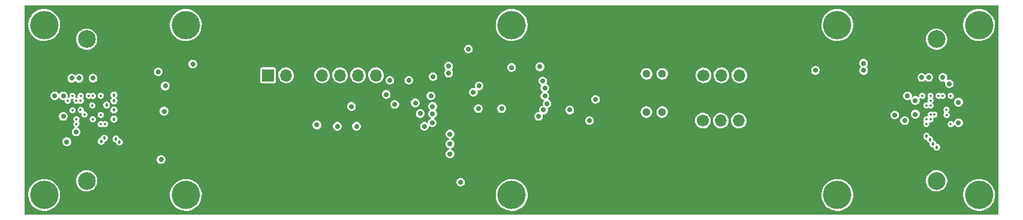
<source format=gbr>
G04 #@! TF.GenerationSoftware,KiCad,Pcbnew,5.99.0-unknown-3cd1208~100~ubuntu18.04.1*
G04 #@! TF.CreationDate,2019-09-26T13:34:42+08:00*
G04 #@! TF.ProjectId,external_camera,65787465-726e-4616-9c5f-63616d657261,rev?*
G04 #@! TF.SameCoordinates,Original*
G04 #@! TF.FileFunction,Copper,L3,Inr*
G04 #@! TF.FilePolarity,Positive*
%FSLAX46Y46*%
G04 Gerber Fmt 4.6, Leading zero omitted, Abs format (unit mm)*
G04 Created by KiCad (PCBNEW 5.99.0-unknown-3cd1208~100~ubuntu18.04.1) date 2019-09-26 13:34:42*
%MOMM*%
%LPD*%
G04 APERTURE LIST*
%ADD10O,1.700000X1.700000*%
%ADD11C,1.700000*%
%ADD12C,1.120000*%
%ADD13R,1.700000X1.700000*%
%ADD14C,2.500000*%
%ADD15C,0.711200*%
%ADD16C,0.355600*%
%ADD17C,0.457200*%
%ADD18C,4.000000*%
%ADD19C,0.100000*%
G04 APERTURE END LIST*
D10*
X137160000Y-85090000D03*
X134620000Y-85090000D03*
D11*
X132080000Y-85090000D03*
D12*
X126267436Y-84902272D03*
X124032564Y-84902272D03*
X126267436Y-90297728D03*
X124032564Y-90297728D03*
D10*
X85852000Y-85090000D03*
X83312000Y-85090000D03*
X80772000Y-85090000D03*
X78232000Y-85090000D03*
X75692000Y-85090000D03*
X73152000Y-85090000D03*
D13*
X70612000Y-85090000D03*
D10*
X137080000Y-91500000D03*
X134540000Y-91500000D03*
D11*
X132000000Y-91500000D03*
D14*
X165000000Y-100000000D03*
X165000000Y-80000000D03*
X45000000Y-100000000D03*
X45000000Y-80000000D03*
D15*
X55500000Y-97000000D03*
X116000000Y-91500000D03*
X117500000Y-91400000D03*
X108800000Y-90900000D03*
X113200000Y-90000000D03*
X97800000Y-100200000D03*
X82400000Y-89500000D03*
X80675000Y-89525000D03*
X92100000Y-90500000D03*
X93600000Y-88000000D03*
X55925000Y-90175000D03*
X86700000Y-89100000D03*
X88500000Y-89200000D03*
X83100000Y-92300000D03*
X84512500Y-92187500D03*
X77500000Y-92100000D03*
X80400000Y-92300000D03*
X113350000Y-88350000D03*
X116850000Y-88500000D03*
X162000000Y-88650000D03*
D16*
X42350000Y-88700000D03*
D15*
X43500000Y-93100000D03*
X93850000Y-89500000D03*
X93850000Y-90550000D03*
X100300000Y-89800000D03*
X96100000Y-83800000D03*
X60000000Y-83500000D03*
X41700000Y-88000000D03*
X40500000Y-88000000D03*
D17*
X165050000Y-95250000D03*
X164500000Y-94800000D03*
X164050000Y-94150000D03*
D15*
X160500000Y-91500000D03*
X166800000Y-86300000D03*
X168100000Y-91800000D03*
D16*
X167000000Y-92000000D03*
X166400000Y-91320001D03*
X166400000Y-92000000D03*
X163600000Y-90650000D03*
X164700000Y-90650000D03*
X164150000Y-91300000D03*
X164150000Y-90650000D03*
X165300000Y-88665785D03*
D15*
X168100000Y-88900000D03*
X165900000Y-85400000D03*
X164900000Y-85400000D03*
X162900000Y-85400000D03*
D16*
X163000000Y-88000000D03*
X167000000Y-88000000D03*
X165850000Y-88000000D03*
X165299469Y-88000000D03*
X164152442Y-87997558D03*
X164700000Y-88000000D03*
D15*
X163900000Y-85400000D03*
X160900000Y-88000000D03*
X159100000Y-90700000D03*
X162000000Y-90600000D03*
X56100000Y-86600000D03*
X154700000Y-83400000D03*
X154700000Y-84400000D03*
X147900000Y-84400000D03*
X109500000Y-90000000D03*
X109400000Y-85900000D03*
X109000000Y-83900000D03*
X105000000Y-84000000D03*
X101200000Y-84000000D03*
X98900000Y-81400000D03*
X96100000Y-84800000D03*
X93900000Y-84200000D03*
X93900000Y-85300000D03*
D17*
X163600000Y-93700000D03*
D15*
X96300000Y-96200000D03*
X96300000Y-94800000D03*
X93800000Y-91800000D03*
D16*
X46400000Y-89350000D03*
X45806023Y-89341620D03*
X43550000Y-88700000D03*
X42999072Y-90049104D03*
X44700000Y-90650000D03*
X46999104Y-90699072D03*
X45300000Y-88000000D03*
X43600000Y-90000000D03*
X44150000Y-90000000D03*
X43550000Y-92000000D03*
D18*
X39000000Y-78000000D03*
X39000000Y-102000000D03*
X171000000Y-102000000D03*
X171000000Y-78000000D03*
X59000000Y-78000000D03*
X59000000Y-102000000D03*
X151000000Y-102000000D03*
X151000000Y-78000000D03*
X105000000Y-102000000D03*
X105000000Y-78000000D03*
D16*
X164150000Y-88650000D03*
X166400000Y-89950000D03*
X166409957Y-90688895D03*
X166450000Y-88700000D03*
X164700000Y-91300000D03*
X163550000Y-89350000D03*
X163554855Y-91955602D03*
X163600000Y-91300000D03*
X164150000Y-89350000D03*
D17*
X47066513Y-94433487D03*
X47533487Y-93966513D03*
X49133026Y-94066513D03*
X49600000Y-94533487D03*
D15*
X42200000Y-94500000D03*
X41700000Y-90900000D03*
D16*
X44152442Y-87997558D03*
X43000000Y-88000000D03*
D15*
X44900000Y-85500000D03*
X45900000Y-85500000D03*
X43900000Y-85500000D03*
X42900000Y-85500000D03*
D16*
X44700000Y-88000000D03*
X45850000Y-88000000D03*
X44150000Y-88700000D03*
X47000000Y-88000000D03*
X45850000Y-91300000D03*
X44700889Y-91299111D03*
X43550373Y-91299627D03*
X47000000Y-92000000D03*
X46400000Y-92000000D03*
X47600000Y-92000000D03*
D17*
X47800000Y-89300000D03*
X48850000Y-91300000D03*
X48850000Y-90000000D03*
X48850000Y-88700000D03*
X48850000Y-87900000D03*
D15*
X55100000Y-84600000D03*
X87300000Y-87800000D03*
X90500000Y-85800000D03*
X87800000Y-85800000D03*
X96300000Y-93400000D03*
X92700000Y-92300000D03*
X100400000Y-86600000D03*
X99600000Y-87500000D03*
X103600000Y-89800000D03*
X109700000Y-86900000D03*
X109700000Y-88000000D03*
X110000000Y-89100000D03*
X91400000Y-87900000D03*
X91400000Y-89000000D03*
D19*
G36*
X173746001Y-104746000D02*
G01*
X36254000Y-104746000D01*
X36254000Y-102130191D01*
X36742026Y-102130191D01*
X36793611Y-102497234D01*
X36904446Y-102850911D01*
X37071565Y-103181751D01*
X37290467Y-103480843D01*
X37555282Y-103740168D01*
X37858898Y-103952762D01*
X38193158Y-104112913D01*
X38549083Y-104216318D01*
X38917125Y-104260205D01*
X39287381Y-104243391D01*
X39649933Y-104166329D01*
X39995021Y-104031091D01*
X40313389Y-103841306D01*
X40596487Y-103602069D01*
X40836709Y-103319809D01*
X41027604Y-103002106D01*
X41164049Y-102657484D01*
X41242375Y-102295213D01*
X41246408Y-102130191D01*
X56742026Y-102130191D01*
X56793611Y-102497234D01*
X56904446Y-102850911D01*
X57071565Y-103181751D01*
X57290467Y-103480843D01*
X57555282Y-103740168D01*
X57858898Y-103952762D01*
X58193158Y-104112913D01*
X58549083Y-104216318D01*
X58917125Y-104260205D01*
X59287381Y-104243391D01*
X59649933Y-104166329D01*
X59995021Y-104031091D01*
X60313389Y-103841306D01*
X60596487Y-103602069D01*
X60836709Y-103319809D01*
X61027604Y-103002106D01*
X61164049Y-102657484D01*
X61242375Y-102295213D01*
X61246408Y-102130191D01*
X102742026Y-102130191D01*
X102793611Y-102497234D01*
X102904446Y-102850911D01*
X103071565Y-103181751D01*
X103290467Y-103480843D01*
X103555282Y-103740168D01*
X103858898Y-103952762D01*
X104193158Y-104112913D01*
X104549083Y-104216318D01*
X104917125Y-104260205D01*
X105287381Y-104243391D01*
X105649933Y-104166329D01*
X105995021Y-104031091D01*
X106313389Y-103841306D01*
X106596487Y-103602069D01*
X106836709Y-103319809D01*
X107027604Y-103002106D01*
X107164049Y-102657484D01*
X107242375Y-102295213D01*
X107246408Y-102130191D01*
X148742026Y-102130191D01*
X148793611Y-102497234D01*
X148904446Y-102850911D01*
X149071565Y-103181751D01*
X149290467Y-103480843D01*
X149555282Y-103740168D01*
X149858898Y-103952762D01*
X150193158Y-104112913D01*
X150549083Y-104216318D01*
X150917125Y-104260205D01*
X151287381Y-104243391D01*
X151649933Y-104166329D01*
X151995021Y-104031091D01*
X152313389Y-103841306D01*
X152596487Y-103602069D01*
X152836709Y-103319809D01*
X153027604Y-103002106D01*
X153164049Y-102657484D01*
X153242375Y-102295213D01*
X153246408Y-102130191D01*
X168742026Y-102130191D01*
X168793611Y-102497234D01*
X168904446Y-102850911D01*
X169071565Y-103181751D01*
X169290467Y-103480843D01*
X169555282Y-103740168D01*
X169858898Y-103952762D01*
X170193158Y-104112913D01*
X170549083Y-104216318D01*
X170917125Y-104260205D01*
X171287381Y-104243391D01*
X171649933Y-104166329D01*
X171995021Y-104031091D01*
X172313389Y-103841306D01*
X172596487Y-103602069D01*
X172836709Y-103319809D01*
X173027604Y-103002106D01*
X173164049Y-102657484D01*
X173242375Y-102295213D01*
X173254119Y-101814679D01*
X173193583Y-101449013D01*
X173074135Y-101098136D01*
X172898990Y-100771492D01*
X172672842Y-100477832D01*
X172401766Y-100225050D01*
X172093053Y-100019942D01*
X171754980Y-99868005D01*
X171396631Y-99773326D01*
X171027630Y-99738445D01*
X170657891Y-99764300D01*
X170297337Y-99850196D01*
X169955648Y-99993828D01*
X169642020Y-100191330D01*
X169364844Y-100437420D01*
X169131595Y-100725458D01*
X168948518Y-101047731D01*
X168820534Y-101395582D01*
X168751082Y-101759661D01*
X168742026Y-102130191D01*
X153246408Y-102130191D01*
X153254119Y-101814679D01*
X153193583Y-101449013D01*
X153074135Y-101098136D01*
X152898990Y-100771492D01*
X152672842Y-100477832D01*
X152401766Y-100225050D01*
X152093053Y-100019942D01*
X152013516Y-99984196D01*
X163491191Y-99984196D01*
X163508073Y-100225631D01*
X163563341Y-100461263D01*
X163655566Y-100685023D01*
X163782385Y-100891161D01*
X163940526Y-101074369D01*
X164125926Y-101229939D01*
X164333815Y-101353866D01*
X164558843Y-101442961D01*
X164795218Y-101494931D01*
X165036867Y-101508441D01*
X165277565Y-101483142D01*
X165511120Y-101419687D01*
X165731525Y-101319707D01*
X165933112Y-101185773D01*
X166110692Y-101021333D01*
X166259692Y-100830621D01*
X166376292Y-100618527D01*
X166457478Y-100390531D01*
X166501168Y-100152483D01*
X166504032Y-99878988D01*
X166465337Y-99640078D01*
X166388943Y-99410432D01*
X166276813Y-99195946D01*
X166131839Y-99002154D01*
X165957740Y-98834028D01*
X165759002Y-98695903D01*
X165540740Y-98591329D01*
X165308557Y-98522994D01*
X165068449Y-98492661D01*
X164826571Y-98501108D01*
X164589164Y-98548116D01*
X164362312Y-98632480D01*
X164151880Y-98752023D01*
X163963258Y-98903678D01*
X163801315Y-99083534D01*
X163670208Y-99286972D01*
X163573314Y-99508757D01*
X163513125Y-99743172D01*
X163491191Y-99984196D01*
X152013516Y-99984196D01*
X151754980Y-99868005D01*
X151396631Y-99773326D01*
X151027630Y-99738445D01*
X150657891Y-99764300D01*
X150297337Y-99850196D01*
X149955648Y-99993828D01*
X149642020Y-100191330D01*
X149364844Y-100437420D01*
X149131595Y-100725458D01*
X148948518Y-101047731D01*
X148820534Y-101395582D01*
X148751082Y-101759661D01*
X148742026Y-102130191D01*
X107246408Y-102130191D01*
X107254119Y-101814679D01*
X107193583Y-101449013D01*
X107074135Y-101098136D01*
X106898990Y-100771492D01*
X106672842Y-100477832D01*
X106401766Y-100225050D01*
X106093053Y-100019942D01*
X105754980Y-99868005D01*
X105396631Y-99773326D01*
X105027630Y-99738445D01*
X104657891Y-99764300D01*
X104297337Y-99850196D01*
X103955648Y-99993828D01*
X103642020Y-100191330D01*
X103364844Y-100437420D01*
X103131595Y-100725458D01*
X102948518Y-101047731D01*
X102820534Y-101395582D01*
X102751082Y-101759661D01*
X102742026Y-102130191D01*
X61246408Y-102130191D01*
X61254119Y-101814679D01*
X61193583Y-101449013D01*
X61074135Y-101098136D01*
X60898990Y-100771492D01*
X60672842Y-100477832D01*
X60401766Y-100225050D01*
X60218742Y-100103449D01*
X97190401Y-100103449D01*
X97190401Y-100296551D01*
X97250073Y-100480202D01*
X97363575Y-100636425D01*
X97519798Y-100749927D01*
X97703449Y-100809599D01*
X97896551Y-100809599D01*
X98080202Y-100749927D01*
X98236425Y-100636425D01*
X98349927Y-100480202D01*
X98409599Y-100296551D01*
X98409599Y-100103449D01*
X98349927Y-99919798D01*
X98236425Y-99763575D01*
X98080202Y-99650073D01*
X97896551Y-99590401D01*
X97703449Y-99590401D01*
X97519798Y-99650073D01*
X97363575Y-99763575D01*
X97250073Y-99919798D01*
X97190401Y-100103449D01*
X60218742Y-100103449D01*
X60093053Y-100019942D01*
X59754980Y-99868005D01*
X59396631Y-99773326D01*
X59027630Y-99738445D01*
X58657891Y-99764300D01*
X58297337Y-99850196D01*
X57955648Y-99993828D01*
X57642020Y-100191330D01*
X57364844Y-100437420D01*
X57131595Y-100725458D01*
X56948518Y-101047731D01*
X56820534Y-101395582D01*
X56751082Y-101759661D01*
X56742026Y-102130191D01*
X41246408Y-102130191D01*
X41254119Y-101814679D01*
X41193583Y-101449013D01*
X41074135Y-101098136D01*
X40898990Y-100771492D01*
X40672842Y-100477832D01*
X40401766Y-100225050D01*
X40093053Y-100019942D01*
X40013516Y-99984196D01*
X43491191Y-99984196D01*
X43508073Y-100225631D01*
X43563341Y-100461263D01*
X43655566Y-100685023D01*
X43782385Y-100891161D01*
X43940526Y-101074369D01*
X44125926Y-101229939D01*
X44333815Y-101353866D01*
X44558843Y-101442961D01*
X44795218Y-101494931D01*
X45036867Y-101508441D01*
X45277565Y-101483142D01*
X45511120Y-101419687D01*
X45731525Y-101319707D01*
X45933112Y-101185773D01*
X46110692Y-101021333D01*
X46259692Y-100830621D01*
X46376292Y-100618527D01*
X46457478Y-100390531D01*
X46501168Y-100152483D01*
X46504032Y-99878988D01*
X46465337Y-99640078D01*
X46388943Y-99410432D01*
X46276813Y-99195946D01*
X46131839Y-99002154D01*
X45957740Y-98834028D01*
X45759002Y-98695903D01*
X45540740Y-98591329D01*
X45308557Y-98522994D01*
X45068449Y-98492661D01*
X44826571Y-98501108D01*
X44589164Y-98548116D01*
X44362312Y-98632480D01*
X44151880Y-98752023D01*
X43963258Y-98903678D01*
X43801315Y-99083534D01*
X43670208Y-99286972D01*
X43573314Y-99508757D01*
X43513125Y-99743172D01*
X43491191Y-99984196D01*
X40013516Y-99984196D01*
X39754980Y-99868005D01*
X39396631Y-99773326D01*
X39027630Y-99738445D01*
X38657891Y-99764300D01*
X38297337Y-99850196D01*
X37955648Y-99993828D01*
X37642020Y-100191330D01*
X37364844Y-100437420D01*
X37131595Y-100725458D01*
X36948518Y-101047731D01*
X36820534Y-101395582D01*
X36751082Y-101759661D01*
X36742026Y-102130191D01*
X36254000Y-102130191D01*
X36254000Y-96903449D01*
X54890401Y-96903449D01*
X54890401Y-97096551D01*
X54950073Y-97280202D01*
X55063575Y-97436425D01*
X55219798Y-97549927D01*
X55403449Y-97609599D01*
X55596551Y-97609599D01*
X55780202Y-97549927D01*
X55936425Y-97436425D01*
X56049927Y-97280202D01*
X56109599Y-97096551D01*
X56109599Y-96903449D01*
X56049927Y-96719798D01*
X55936425Y-96563575D01*
X55780202Y-96450073D01*
X55596551Y-96390401D01*
X55403449Y-96390401D01*
X55219798Y-96450073D01*
X55063575Y-96563575D01*
X54950073Y-96719798D01*
X54890401Y-96903449D01*
X36254000Y-96903449D01*
X36254000Y-94403449D01*
X41590401Y-94403449D01*
X41590401Y-94596551D01*
X41650073Y-94780202D01*
X41763575Y-94936425D01*
X41919798Y-95049927D01*
X42103449Y-95109599D01*
X42296551Y-95109599D01*
X42480202Y-95049927D01*
X42636425Y-94936425D01*
X42749927Y-94780202D01*
X42809599Y-94596551D01*
X42809599Y-94403449D01*
X42791711Y-94348393D01*
X46583914Y-94348393D01*
X46583914Y-94518581D01*
X46642123Y-94678510D01*
X46751519Y-94808883D01*
X46898907Y-94893978D01*
X47066513Y-94923531D01*
X47234119Y-94893978D01*
X47381507Y-94808883D01*
X47490903Y-94678510D01*
X47574306Y-94449359D01*
X47701094Y-94427004D01*
X47848481Y-94341909D01*
X47957877Y-94211536D01*
X48016086Y-94051607D01*
X48016086Y-93981419D01*
X48650427Y-93981419D01*
X48650427Y-94151607D01*
X48708636Y-94311536D01*
X48818032Y-94441909D01*
X48965419Y-94527004D01*
X49092207Y-94549359D01*
X49175610Y-94778510D01*
X49285006Y-94908883D01*
X49432394Y-94993978D01*
X49600000Y-95023531D01*
X49767606Y-94993978D01*
X49914994Y-94908883D01*
X50024390Y-94778510D01*
X50082599Y-94618581D01*
X50082599Y-94448393D01*
X50024390Y-94288464D01*
X49914994Y-94158091D01*
X49767607Y-94072996D01*
X49640819Y-94050641D01*
X49557416Y-93821490D01*
X49448020Y-93691117D01*
X49300632Y-93606022D01*
X49133026Y-93576469D01*
X48965420Y-93606022D01*
X48818032Y-93691117D01*
X48708636Y-93821490D01*
X48650427Y-93981419D01*
X48016086Y-93981419D01*
X48016086Y-93881419D01*
X47957877Y-93721490D01*
X47848481Y-93591117D01*
X47701093Y-93506022D01*
X47533487Y-93476469D01*
X47365881Y-93506022D01*
X47218493Y-93591117D01*
X47109097Y-93721490D01*
X47025694Y-93950641D01*
X46898906Y-93972996D01*
X46751519Y-94058091D01*
X46642123Y-94188464D01*
X46583914Y-94348393D01*
X42791711Y-94348393D01*
X42749927Y-94219798D01*
X42636425Y-94063575D01*
X42480202Y-93950073D01*
X42296551Y-93890401D01*
X42103449Y-93890401D01*
X41919798Y-93950073D01*
X41763575Y-94063575D01*
X41650073Y-94219798D01*
X41590401Y-94403449D01*
X36254000Y-94403449D01*
X36254000Y-93003449D01*
X42890401Y-93003449D01*
X42890401Y-93196551D01*
X42950073Y-93380202D01*
X43063575Y-93536425D01*
X43219798Y-93649927D01*
X43403449Y-93709599D01*
X43596551Y-93709599D01*
X43780202Y-93649927D01*
X43936425Y-93536425D01*
X44049927Y-93380202D01*
X44074865Y-93303449D01*
X95690401Y-93303449D01*
X95690401Y-93496551D01*
X95750073Y-93680202D01*
X95863575Y-93836425D01*
X96019798Y-93949927D01*
X96199931Y-94008456D01*
X96199931Y-94191544D01*
X96019798Y-94250073D01*
X95863575Y-94363575D01*
X95750073Y-94519798D01*
X95690401Y-94703449D01*
X95690401Y-94896551D01*
X95750073Y-95080202D01*
X95863575Y-95236425D01*
X96019798Y-95349927D01*
X96199931Y-95408456D01*
X96199931Y-95591544D01*
X96019798Y-95650073D01*
X95863575Y-95763575D01*
X95750073Y-95919798D01*
X95690401Y-96103449D01*
X95690401Y-96296551D01*
X95750073Y-96480202D01*
X95863575Y-96636425D01*
X96019798Y-96749927D01*
X96203449Y-96809599D01*
X96396551Y-96809599D01*
X96580202Y-96749927D01*
X96736425Y-96636425D01*
X96849927Y-96480202D01*
X96909599Y-96296551D01*
X96909599Y-96103449D01*
X96849927Y-95919798D01*
X96736425Y-95763575D01*
X96580202Y-95650073D01*
X96400069Y-95591544D01*
X96400069Y-95408456D01*
X96580202Y-95349927D01*
X96736425Y-95236425D01*
X96849927Y-95080202D01*
X96909599Y-94896551D01*
X96909599Y-94703449D01*
X96849927Y-94519798D01*
X96736425Y-94363575D01*
X96580202Y-94250073D01*
X96400069Y-94191544D01*
X96400069Y-94008456D01*
X96580202Y-93949927D01*
X96736425Y-93836425D01*
X96849927Y-93680202D01*
X96871143Y-93614906D01*
X163117401Y-93614906D01*
X163117401Y-93785094D01*
X163175610Y-93945023D01*
X163285006Y-94075396D01*
X163432394Y-94160491D01*
X163547644Y-94180812D01*
X163625610Y-94395023D01*
X163735006Y-94525396D01*
X163882395Y-94610491D01*
X164017401Y-94634297D01*
X164017401Y-94885094D01*
X164075610Y-95045023D01*
X164185006Y-95175396D01*
X164332394Y-95260491D01*
X164554502Y-95299654D01*
X164625610Y-95495023D01*
X164735006Y-95625396D01*
X164882394Y-95710491D01*
X165050000Y-95740044D01*
X165217606Y-95710491D01*
X165364994Y-95625396D01*
X165474390Y-95495023D01*
X165532599Y-95335094D01*
X165532599Y-95164906D01*
X165474390Y-95004977D01*
X165364994Y-94874604D01*
X165217606Y-94789509D01*
X164995498Y-94750346D01*
X164924390Y-94554977D01*
X164814994Y-94424604D01*
X164667605Y-94339509D01*
X164532599Y-94315703D01*
X164532599Y-94064906D01*
X164474390Y-93904977D01*
X164364994Y-93774604D01*
X164217606Y-93689509D01*
X164102356Y-93669188D01*
X164024390Y-93454977D01*
X163914994Y-93324604D01*
X163767606Y-93239509D01*
X163600000Y-93209956D01*
X163432394Y-93239509D01*
X163285006Y-93324604D01*
X163175610Y-93454977D01*
X163117401Y-93614906D01*
X96871143Y-93614906D01*
X96909599Y-93496551D01*
X96909599Y-93303449D01*
X96849927Y-93119798D01*
X96736425Y-92963575D01*
X96580202Y-92850073D01*
X96396551Y-92790401D01*
X96203449Y-92790401D01*
X96019798Y-92850073D01*
X95863575Y-92963575D01*
X95750073Y-93119798D01*
X95690401Y-93303449D01*
X44074865Y-93303449D01*
X44109599Y-93196551D01*
X44109599Y-93003449D01*
X44049927Y-92819798D01*
X43936425Y-92663575D01*
X43629182Y-92440351D01*
X43807581Y-92355834D01*
X43918411Y-92239247D01*
X43979838Y-92090582D01*
X43981009Y-91994632D01*
X46560754Y-91994632D01*
X46588273Y-92153121D01*
X46671000Y-92291076D01*
X46797844Y-92389999D01*
X46951796Y-92436627D01*
X47112211Y-92424705D01*
X47317584Y-92327405D01*
X47397845Y-92389999D01*
X47551796Y-92436627D01*
X47712212Y-92424705D01*
X47857580Y-92355835D01*
X47968411Y-92239247D01*
X48029838Y-92090582D01*
X48030902Y-92003449D01*
X76890401Y-92003449D01*
X76890401Y-92196551D01*
X76950073Y-92380202D01*
X77063575Y-92536425D01*
X77219798Y-92649927D01*
X77403449Y-92709599D01*
X77596551Y-92709599D01*
X77780202Y-92649927D01*
X77936425Y-92536425D01*
X78049927Y-92380202D01*
X78107357Y-92203449D01*
X79790401Y-92203449D01*
X79790401Y-92396551D01*
X79850073Y-92580202D01*
X79963575Y-92736425D01*
X80119798Y-92849927D01*
X80303449Y-92909599D01*
X80496551Y-92909599D01*
X80680202Y-92849927D01*
X80836425Y-92736425D01*
X80949927Y-92580202D01*
X81009599Y-92396551D01*
X81009599Y-92203449D01*
X82490401Y-92203449D01*
X82490401Y-92396551D01*
X82550073Y-92580202D01*
X82663575Y-92736425D01*
X82819798Y-92849927D01*
X83003449Y-92909599D01*
X83196551Y-92909599D01*
X83380202Y-92849927D01*
X83536425Y-92736425D01*
X83649927Y-92580202D01*
X83709599Y-92396551D01*
X83709599Y-92203449D01*
X92090401Y-92203449D01*
X92090401Y-92396551D01*
X92150073Y-92580202D01*
X92263575Y-92736425D01*
X92419798Y-92849927D01*
X92603449Y-92909599D01*
X92796551Y-92909599D01*
X92980202Y-92849927D01*
X93136425Y-92736425D01*
X93249927Y-92580202D01*
X93361998Y-92235282D01*
X93519798Y-92349927D01*
X93703449Y-92409599D01*
X93896551Y-92409599D01*
X94080202Y-92349927D01*
X94236425Y-92236425D01*
X94349927Y-92080202D01*
X94409599Y-91896551D01*
X94409599Y-91703449D01*
X94349927Y-91519798D01*
X94236425Y-91363575D01*
X94001872Y-91193162D01*
X94286424Y-90986426D01*
X94399927Y-90830202D01*
X94408619Y-90803449D01*
X108190401Y-90803449D01*
X108190401Y-90996551D01*
X108250073Y-91180202D01*
X108363575Y-91336425D01*
X108519798Y-91449927D01*
X108703449Y-91509599D01*
X108896551Y-91509599D01*
X109080202Y-91449927D01*
X109144173Y-91403449D01*
X115390401Y-91403449D01*
X115390401Y-91596551D01*
X115450073Y-91780202D01*
X115563575Y-91936425D01*
X115719798Y-92049927D01*
X115903449Y-92109599D01*
X116096551Y-92109599D01*
X116280202Y-92049927D01*
X116436425Y-91936425D01*
X116549927Y-91780202D01*
X116609599Y-91596551D01*
X116609599Y-91496132D01*
X130890986Y-91496132D01*
X130910262Y-91705904D01*
X130968858Y-91908258D01*
X131064661Y-92095877D01*
X131194213Y-92261994D01*
X131352844Y-92400620D01*
X131534818Y-92506744D01*
X131733582Y-92576545D01*
X131941956Y-92607501D01*
X132152430Y-92598496D01*
X132357400Y-92549853D01*
X132549470Y-92463333D01*
X132721724Y-92342046D01*
X132867927Y-92190384D01*
X132982820Y-92013801D01*
X133062245Y-91818691D01*
X133103345Y-91612072D01*
X133103924Y-91445826D01*
X133432303Y-91445826D01*
X133442043Y-91656260D01*
X133491400Y-91861062D01*
X133578595Y-92052836D01*
X133700474Y-92224654D01*
X133852652Y-92370333D01*
X134029632Y-92484608D01*
X134225019Y-92563351D01*
X134505371Y-92604000D01*
X134592631Y-92604000D01*
X134749711Y-92589014D01*
X134951854Y-92529710D01*
X135139137Y-92433254D01*
X135304803Y-92303122D01*
X135442872Y-92144011D01*
X135548361Y-91961666D01*
X135617468Y-91762656D01*
X135647697Y-91554174D01*
X135642683Y-91445826D01*
X135972303Y-91445826D01*
X135982043Y-91656260D01*
X136031400Y-91861062D01*
X136118595Y-92052836D01*
X136240474Y-92224654D01*
X136392652Y-92370333D01*
X136569632Y-92484608D01*
X136765019Y-92563351D01*
X137045371Y-92604000D01*
X137132631Y-92604000D01*
X137289711Y-92589014D01*
X137491854Y-92529710D01*
X137679137Y-92433254D01*
X137844803Y-92303122D01*
X137982872Y-92144011D01*
X138088361Y-91961666D01*
X138157468Y-91762656D01*
X138187697Y-91554174D01*
X138180721Y-91403449D01*
X159890401Y-91403449D01*
X159890401Y-91596551D01*
X159950073Y-91780202D01*
X160063575Y-91936425D01*
X160219798Y-92049927D01*
X160403449Y-92109599D01*
X160596551Y-92109599D01*
X160780202Y-92049927D01*
X160917418Y-91950234D01*
X163115609Y-91950234D01*
X163143128Y-92108723D01*
X163225855Y-92246678D01*
X163352699Y-92345601D01*
X163506651Y-92392229D01*
X163667067Y-92380307D01*
X163812435Y-92311437D01*
X163923266Y-92194849D01*
X163984693Y-92046184D01*
X163985322Y-91994632D01*
X166560754Y-91994632D01*
X166588273Y-92153121D01*
X166671000Y-92291076D01*
X166797844Y-92389999D01*
X166951796Y-92436627D01*
X167112212Y-92424705D01*
X167257580Y-92355835D01*
X167368410Y-92239248D01*
X167418371Y-92118335D01*
X167565113Y-92100903D01*
X167663575Y-92236425D01*
X167819798Y-92349927D01*
X168003449Y-92409599D01*
X168196551Y-92409599D01*
X168380202Y-92349927D01*
X168536425Y-92236425D01*
X168649927Y-92080202D01*
X168709599Y-91896551D01*
X168709599Y-91703449D01*
X168649927Y-91519798D01*
X168536425Y-91363575D01*
X168380202Y-91250073D01*
X168196551Y-91190401D01*
X168003449Y-91190401D01*
X167819798Y-91250073D01*
X167663575Y-91363575D01*
X167550073Y-91519798D01*
X167443824Y-91846801D01*
X167266197Y-91650565D01*
X167122555Y-91578163D01*
X166962479Y-91562326D01*
X166807432Y-91605180D01*
X166678207Y-91700975D01*
X166592136Y-91836865D01*
X166560754Y-91994632D01*
X163985322Y-91994632D01*
X163988372Y-91745056D01*
X164262212Y-91724705D01*
X164407580Y-91655835D01*
X164518411Y-91539247D01*
X164579838Y-91390582D01*
X164583489Y-91091703D01*
X164812212Y-91074705D01*
X164957580Y-91005835D01*
X165068411Y-90889247D01*
X165129838Y-90740582D01*
X165131922Y-90569947D01*
X165074146Y-90419824D01*
X164966198Y-90300565D01*
X164822555Y-90228163D01*
X164662479Y-90212326D01*
X164507431Y-90255180D01*
X164434063Y-90309569D01*
X164272556Y-90228163D01*
X164112479Y-90212326D01*
X163957432Y-90255180D01*
X163828207Y-90350975D01*
X163742136Y-90486865D01*
X163710754Y-90644633D01*
X163751805Y-90881054D01*
X163562480Y-90862326D01*
X163407432Y-90905180D01*
X163278207Y-91000975D01*
X163192136Y-91136865D01*
X163160754Y-91294632D01*
X163188273Y-91453121D01*
X163272727Y-91593955D01*
X163146991Y-91792467D01*
X163115609Y-91950234D01*
X160917418Y-91950234D01*
X160936425Y-91936425D01*
X161049927Y-91780202D01*
X161109599Y-91596551D01*
X161109599Y-91403449D01*
X161049927Y-91219798D01*
X160936425Y-91063575D01*
X160780202Y-90950073D01*
X160596551Y-90890401D01*
X160403449Y-90890401D01*
X160219798Y-90950073D01*
X160063575Y-91063575D01*
X159950073Y-91219798D01*
X159890401Y-91403449D01*
X138180721Y-91403449D01*
X138177957Y-91343740D01*
X138128600Y-91138938D01*
X138041405Y-90947164D01*
X137919526Y-90775346D01*
X137767348Y-90629667D01*
X137726744Y-90603449D01*
X158490401Y-90603449D01*
X158490401Y-90796551D01*
X158550073Y-90980202D01*
X158663575Y-91136425D01*
X158819798Y-91249927D01*
X159003449Y-91309599D01*
X159196551Y-91309599D01*
X159380202Y-91249927D01*
X159536425Y-91136425D01*
X159649927Y-90980202D01*
X159709599Y-90796551D01*
X159709599Y-90603449D01*
X159677107Y-90503449D01*
X161390401Y-90503449D01*
X161390401Y-90696551D01*
X161450073Y-90880202D01*
X161563575Y-91036425D01*
X161719798Y-91149927D01*
X161903449Y-91209599D01*
X162096551Y-91209599D01*
X162280202Y-91149927D01*
X162436425Y-91036425D01*
X162549927Y-90880202D01*
X162609599Y-90696551D01*
X162609599Y-90503449D01*
X162549927Y-90319798D01*
X162436425Y-90163575D01*
X162280202Y-90050073D01*
X162096551Y-89990401D01*
X161903449Y-89990401D01*
X161719798Y-90050073D01*
X161563575Y-90163575D01*
X161450073Y-90319798D01*
X161390401Y-90503449D01*
X159677107Y-90503449D01*
X159649927Y-90419798D01*
X159536425Y-90263575D01*
X159380202Y-90150073D01*
X159196551Y-90090401D01*
X159003449Y-90090401D01*
X158819798Y-90150073D01*
X158663575Y-90263575D01*
X158550073Y-90419798D01*
X158490401Y-90603449D01*
X137726744Y-90603449D01*
X137590368Y-90515392D01*
X137394981Y-90436649D01*
X137114629Y-90396000D01*
X137027369Y-90396000D01*
X136870289Y-90410986D01*
X136668146Y-90470290D01*
X136480863Y-90566746D01*
X136315197Y-90696878D01*
X136177128Y-90855989D01*
X136071639Y-91038334D01*
X136002532Y-91237344D01*
X135972303Y-91445826D01*
X135642683Y-91445826D01*
X135637957Y-91343740D01*
X135588600Y-91138938D01*
X135501405Y-90947164D01*
X135379526Y-90775346D01*
X135227348Y-90629667D01*
X135050368Y-90515392D01*
X134854981Y-90436649D01*
X134574629Y-90396000D01*
X134487369Y-90396000D01*
X134330289Y-90410986D01*
X134128146Y-90470290D01*
X133940863Y-90566746D01*
X133775197Y-90696878D01*
X133637128Y-90855989D01*
X133531639Y-91038334D01*
X133462532Y-91237344D01*
X133432303Y-91445826D01*
X133103924Y-91445826D01*
X133104099Y-91395636D01*
X133064444Y-91188734D01*
X132986381Y-90993070D01*
X132872726Y-90815694D01*
X132727583Y-90663012D01*
X132556184Y-90540528D01*
X132364719Y-90452666D01*
X132160094Y-90402595D01*
X131949689Y-90392121D01*
X131741107Y-90421620D01*
X131541859Y-90490033D01*
X131359143Y-90594887D01*
X131199553Y-90732399D01*
X131068844Y-90897608D01*
X130971733Y-91084553D01*
X130911727Y-91286487D01*
X130890986Y-91496132D01*
X116609599Y-91496132D01*
X116609599Y-91403449D01*
X116549927Y-91219798D01*
X116436425Y-91063575D01*
X116280202Y-90950073D01*
X116096551Y-90890401D01*
X115903449Y-90890401D01*
X115719798Y-90950073D01*
X115563575Y-91063575D01*
X115450073Y-91219798D01*
X115390401Y-91403449D01*
X109144173Y-91403449D01*
X109236425Y-91336425D01*
X109349927Y-91180202D01*
X109409599Y-90996551D01*
X109409599Y-90803450D01*
X109346612Y-90609599D01*
X109596551Y-90609599D01*
X109780202Y-90549927D01*
X109936425Y-90436425D01*
X110049927Y-90280202D01*
X110109599Y-90096551D01*
X110109599Y-89903449D01*
X112590401Y-89903449D01*
X112590401Y-90096551D01*
X112650073Y-90280202D01*
X112763575Y-90436425D01*
X112919798Y-90549927D01*
X113103449Y-90609599D01*
X113296551Y-90609599D01*
X113480202Y-90549927D01*
X113636425Y-90436425D01*
X113679117Y-90377663D01*
X123217323Y-90377663D01*
X123255293Y-90556293D01*
X123331892Y-90722070D01*
X123443317Y-90866757D01*
X123584030Y-90983164D01*
X123747030Y-91065503D01*
X123924226Y-91109682D01*
X124106802Y-91113507D01*
X124285698Y-91076785D01*
X124452001Y-91001347D01*
X124597467Y-90890932D01*
X124714853Y-90751037D01*
X124798327Y-90588614D01*
X124843742Y-90411735D01*
X124844217Y-90377663D01*
X125452195Y-90377663D01*
X125490165Y-90556293D01*
X125566764Y-90722070D01*
X125678189Y-90866757D01*
X125818902Y-90983164D01*
X125981902Y-91065503D01*
X126159098Y-91109682D01*
X126341674Y-91113507D01*
X126520570Y-91076785D01*
X126686873Y-91001347D01*
X126832339Y-90890932D01*
X126949725Y-90751037D01*
X127033199Y-90588614D01*
X127078614Y-90411735D01*
X127081481Y-90206417D01*
X127041022Y-90028337D01*
X127000918Y-89944632D01*
X165960754Y-89944632D01*
X165988273Y-90103121D01*
X166071003Y-90241080D01*
X166145566Y-90299243D01*
X166002093Y-90525762D01*
X165970711Y-90683527D01*
X165998230Y-90842016D01*
X166080957Y-90979971D01*
X166207801Y-91078894D01*
X166361753Y-91125522D01*
X166522169Y-91113600D01*
X166667537Y-91044730D01*
X166778368Y-90928142D01*
X166839795Y-90779477D01*
X166841879Y-90608842D01*
X166784103Y-90458720D01*
X166651506Y-90312227D01*
X166768410Y-90189248D01*
X166829838Y-90040582D01*
X166831922Y-89869947D01*
X166774146Y-89719824D01*
X166666198Y-89600565D01*
X166522555Y-89528163D01*
X166362479Y-89512326D01*
X166207432Y-89555180D01*
X166078207Y-89650975D01*
X165992136Y-89786865D01*
X165960754Y-89944632D01*
X127000918Y-89944632D01*
X126962113Y-89863641D01*
X126848682Y-89720527D01*
X126706360Y-89606096D01*
X126542223Y-89526042D01*
X126364428Y-89484340D01*
X126181813Y-89483065D01*
X126003452Y-89522280D01*
X125838211Y-89600038D01*
X125694309Y-89712466D01*
X125578886Y-89853988D01*
X125497686Y-90017563D01*
X125454746Y-90195060D01*
X125452195Y-90377663D01*
X124844217Y-90377663D01*
X124846609Y-90206417D01*
X124806150Y-90028337D01*
X124727241Y-89863641D01*
X124613810Y-89720527D01*
X124471488Y-89606096D01*
X124307351Y-89526042D01*
X124129556Y-89484340D01*
X123946941Y-89483065D01*
X123768580Y-89522280D01*
X123603339Y-89600038D01*
X123459437Y-89712466D01*
X123344014Y-89853988D01*
X123262814Y-90017563D01*
X123219874Y-90195060D01*
X123217323Y-90377663D01*
X113679117Y-90377663D01*
X113749927Y-90280202D01*
X113809599Y-90096551D01*
X113809599Y-89903449D01*
X113749927Y-89719798D01*
X113636425Y-89563575D01*
X113480202Y-89450073D01*
X113296551Y-89390401D01*
X113103449Y-89390401D01*
X112919798Y-89450073D01*
X112763575Y-89563575D01*
X112650073Y-89719798D01*
X112590401Y-89903449D01*
X110109599Y-89903449D01*
X110051382Y-89724275D01*
X110280202Y-89649927D01*
X110436425Y-89536425D01*
X110549927Y-89380202D01*
X110561484Y-89344632D01*
X163110754Y-89344632D01*
X163138273Y-89503121D01*
X163221000Y-89641076D01*
X163347844Y-89739999D01*
X163501796Y-89786627D01*
X163662211Y-89774705D01*
X163867584Y-89677405D01*
X163947845Y-89739999D01*
X164101796Y-89786627D01*
X164262212Y-89774705D01*
X164407580Y-89705835D01*
X164518411Y-89589247D01*
X164579838Y-89440582D01*
X164581922Y-89269947D01*
X164524146Y-89119824D01*
X164414437Y-88998620D01*
X164518411Y-88889247D01*
X164553861Y-88803449D01*
X167490401Y-88803449D01*
X167490401Y-88996551D01*
X167550073Y-89180202D01*
X167663575Y-89336425D01*
X167819798Y-89449927D01*
X168003449Y-89509599D01*
X168196551Y-89509599D01*
X168380202Y-89449927D01*
X168536425Y-89336425D01*
X168649927Y-89180202D01*
X168709599Y-88996551D01*
X168709599Y-88803449D01*
X168649927Y-88619798D01*
X168536425Y-88463575D01*
X168380202Y-88350073D01*
X168196551Y-88290401D01*
X168003449Y-88290401D01*
X167819798Y-88350073D01*
X167663575Y-88463575D01*
X167550073Y-88619798D01*
X167490401Y-88803449D01*
X164553861Y-88803449D01*
X164579838Y-88740582D01*
X164581922Y-88569947D01*
X164524145Y-88419823D01*
X164437681Y-88324297D01*
X164520852Y-88236808D01*
X164582280Y-88088140D01*
X164583422Y-87994632D01*
X164860223Y-87994632D01*
X164887742Y-88153121D01*
X164970469Y-88291076D01*
X165097313Y-88389999D01*
X165251265Y-88436627D01*
X165411680Y-88424705D01*
X165586278Y-88341986D01*
X165647845Y-88390000D01*
X165801796Y-88436627D01*
X165962212Y-88424705D01*
X166107580Y-88355835D01*
X166218411Y-88239247D01*
X166279838Y-88090582D01*
X166281009Y-87994632D01*
X166560754Y-87994632D01*
X166588273Y-88153121D01*
X166671000Y-88291076D01*
X166797844Y-88389999D01*
X166951796Y-88436627D01*
X167112212Y-88424705D01*
X167257580Y-88355835D01*
X167368411Y-88239247D01*
X167429838Y-88090582D01*
X167431922Y-87919947D01*
X167374146Y-87769824D01*
X167266198Y-87650565D01*
X167122555Y-87578163D01*
X166962479Y-87562326D01*
X166807432Y-87605180D01*
X166678207Y-87700975D01*
X166592136Y-87836865D01*
X166560754Y-87994632D01*
X166281009Y-87994632D01*
X166281922Y-87919947D01*
X166224146Y-87769824D01*
X166116198Y-87650565D01*
X165972555Y-87578163D01*
X165812479Y-87562326D01*
X165657434Y-87605180D01*
X165583848Y-87659730D01*
X165422024Y-87578163D01*
X165261948Y-87562326D01*
X165106901Y-87605180D01*
X164977676Y-87700975D01*
X164891605Y-87836865D01*
X164860223Y-87994632D01*
X164583422Y-87994632D01*
X164584364Y-87917505D01*
X164526588Y-87767382D01*
X164418640Y-87648123D01*
X164274997Y-87575721D01*
X164114921Y-87559884D01*
X163959874Y-87602738D01*
X163830649Y-87698533D01*
X163744578Y-87834423D01*
X163713196Y-87992190D01*
X163740715Y-88150679D01*
X163844963Y-88324523D01*
X163742136Y-88486865D01*
X163710754Y-88644632D01*
X163761512Y-88936962D01*
X163512479Y-88912326D01*
X163357432Y-88955180D01*
X163228207Y-89050975D01*
X163142136Y-89186865D01*
X163110754Y-89344632D01*
X110561484Y-89344632D01*
X110609599Y-89196551D01*
X110609599Y-89003449D01*
X110549927Y-88819798D01*
X110436425Y-88663575D01*
X110280202Y-88550073D01*
X110097083Y-88490574D01*
X110160382Y-88403449D01*
X116240401Y-88403449D01*
X116240401Y-88596551D01*
X116300073Y-88780202D01*
X116413575Y-88936425D01*
X116569798Y-89049927D01*
X116753449Y-89109599D01*
X116946551Y-89109599D01*
X117130202Y-89049927D01*
X117286425Y-88936425D01*
X117399927Y-88780202D01*
X117459599Y-88596551D01*
X117459599Y-88403449D01*
X117399927Y-88219798D01*
X117286425Y-88063575D01*
X117130202Y-87950073D01*
X116986709Y-87903449D01*
X160290401Y-87903449D01*
X160290401Y-88096551D01*
X160350073Y-88280202D01*
X160463575Y-88436425D01*
X160619798Y-88549927D01*
X160803449Y-88609599D01*
X160996551Y-88609599D01*
X161180200Y-88549928D01*
X161252806Y-88497176D01*
X161390401Y-88567284D01*
X161390401Y-88746551D01*
X161450073Y-88930202D01*
X161563575Y-89086425D01*
X161719798Y-89199927D01*
X161903449Y-89259599D01*
X162096551Y-89259599D01*
X162280202Y-89199927D01*
X162436425Y-89086425D01*
X162549927Y-88930202D01*
X162609599Y-88746551D01*
X162609599Y-88553451D01*
X162572931Y-88440602D01*
X162725562Y-88333628D01*
X162797844Y-88389999D01*
X162951796Y-88436627D01*
X163112212Y-88424705D01*
X163257580Y-88355835D01*
X163368411Y-88239247D01*
X163429838Y-88090582D01*
X163431922Y-87919947D01*
X163374146Y-87769824D01*
X163266198Y-87650565D01*
X163122555Y-87578163D01*
X162962479Y-87562326D01*
X162807432Y-87605180D01*
X162678207Y-87700975D01*
X162592136Y-87836865D01*
X162560754Y-87994633D01*
X162583574Y-88126058D01*
X162439513Y-88215817D01*
X162280202Y-88100073D01*
X162096551Y-88040401D01*
X161903449Y-88040401D01*
X161719800Y-88100072D01*
X161647194Y-88152824D01*
X161509599Y-88082716D01*
X161509599Y-87903449D01*
X161449927Y-87719798D01*
X161336425Y-87563575D01*
X161180202Y-87450073D01*
X160996551Y-87390401D01*
X160803449Y-87390401D01*
X160619798Y-87450073D01*
X160463575Y-87563575D01*
X160350073Y-87719798D01*
X160290401Y-87903449D01*
X116986709Y-87903449D01*
X116946551Y-87890401D01*
X116753449Y-87890401D01*
X116569798Y-87950073D01*
X116413575Y-88063575D01*
X116300073Y-88219798D01*
X116240401Y-88403449D01*
X110160382Y-88403449D01*
X110249927Y-88280202D01*
X110309599Y-88096551D01*
X110309599Y-87903449D01*
X110249927Y-87719798D01*
X110136425Y-87563576D01*
X109980101Y-87450000D01*
X110136425Y-87336424D01*
X110249927Y-87180202D01*
X110309599Y-86996551D01*
X110309599Y-86803449D01*
X110249927Y-86619798D01*
X110136425Y-86463575D01*
X109879605Y-86276986D01*
X109949927Y-86180202D01*
X110009599Y-85996551D01*
X110009599Y-85803449D01*
X109949927Y-85619798D01*
X109836425Y-85463575D01*
X109680202Y-85350073D01*
X109496551Y-85290401D01*
X109303449Y-85290401D01*
X109119798Y-85350073D01*
X108963575Y-85463575D01*
X108850073Y-85619798D01*
X108790401Y-85803449D01*
X108790401Y-85996551D01*
X108850073Y-86180202D01*
X108963575Y-86336425D01*
X109220395Y-86523014D01*
X109150073Y-86619798D01*
X109090401Y-86803449D01*
X109090401Y-86996551D01*
X109150073Y-87180202D01*
X109263575Y-87336424D01*
X109419899Y-87450000D01*
X109263575Y-87563576D01*
X109150073Y-87719798D01*
X109090401Y-87903449D01*
X109090401Y-88096551D01*
X109150073Y-88280202D01*
X109263575Y-88436425D01*
X109419798Y-88549927D01*
X109602917Y-88609426D01*
X109450073Y-88819798D01*
X109390401Y-89003449D01*
X109390401Y-89196551D01*
X109448618Y-89375725D01*
X109219798Y-89450073D01*
X109063575Y-89563575D01*
X108950073Y-89719798D01*
X108890401Y-89903449D01*
X108890401Y-90096550D01*
X108953388Y-90290401D01*
X108703449Y-90290401D01*
X108519798Y-90350073D01*
X108363575Y-90463575D01*
X108250073Y-90619798D01*
X108190401Y-90803449D01*
X94408619Y-90803449D01*
X94459599Y-90646551D01*
X94459599Y-90453449D01*
X94399927Y-90269798D01*
X94222072Y-90025000D01*
X94399927Y-89780202D01*
X94424865Y-89703449D01*
X99690401Y-89703449D01*
X99690401Y-89896551D01*
X99750073Y-90080202D01*
X99863575Y-90236425D01*
X100019798Y-90349927D01*
X100203449Y-90409599D01*
X100396551Y-90409599D01*
X100580202Y-90349927D01*
X100736425Y-90236425D01*
X100849927Y-90080202D01*
X100909599Y-89896551D01*
X100909599Y-89703449D01*
X102990401Y-89703449D01*
X102990401Y-89896551D01*
X103050073Y-90080202D01*
X103163575Y-90236425D01*
X103319798Y-90349927D01*
X103503449Y-90409599D01*
X103696551Y-90409599D01*
X103880202Y-90349927D01*
X104036425Y-90236425D01*
X104149927Y-90080202D01*
X104209599Y-89896551D01*
X104209599Y-89703449D01*
X104149927Y-89519798D01*
X104036425Y-89363575D01*
X103880202Y-89250073D01*
X103696551Y-89190401D01*
X103503449Y-89190401D01*
X103319798Y-89250073D01*
X103163575Y-89363575D01*
X103050073Y-89519798D01*
X102990401Y-89703449D01*
X100909599Y-89703449D01*
X100849927Y-89519798D01*
X100736425Y-89363575D01*
X100580202Y-89250073D01*
X100396551Y-89190401D01*
X100203449Y-89190401D01*
X100019798Y-89250073D01*
X99863575Y-89363575D01*
X99750073Y-89519798D01*
X99690401Y-89703449D01*
X94424865Y-89703449D01*
X94459599Y-89596551D01*
X94459599Y-89403449D01*
X94399927Y-89219798D01*
X94286425Y-89063575D01*
X94130202Y-88950073D01*
X93946551Y-88890401D01*
X93753449Y-88890401D01*
X93569798Y-88950073D01*
X93413575Y-89063575D01*
X93300073Y-89219798D01*
X93240401Y-89403449D01*
X93240401Y-89596551D01*
X93300073Y-89780202D01*
X93477928Y-90025000D01*
X93300073Y-90269798D01*
X93240401Y-90453449D01*
X93240401Y-90646551D01*
X93300073Y-90830202D01*
X93413575Y-90986425D01*
X93648128Y-91156838D01*
X93363576Y-91363574D01*
X93250073Y-91519798D01*
X93138002Y-91864718D01*
X92980202Y-91750073D01*
X92796551Y-91690401D01*
X92603449Y-91690401D01*
X92419798Y-91750073D01*
X92263575Y-91863575D01*
X92150073Y-92019798D01*
X92090401Y-92203449D01*
X83709599Y-92203449D01*
X83649927Y-92019798D01*
X83536425Y-91863575D01*
X83380202Y-91750073D01*
X83196551Y-91690401D01*
X83003449Y-91690401D01*
X82819798Y-91750073D01*
X82663575Y-91863575D01*
X82550073Y-92019798D01*
X82490401Y-92203449D01*
X81009599Y-92203449D01*
X80949927Y-92019798D01*
X80836425Y-91863575D01*
X80680202Y-91750073D01*
X80496551Y-91690401D01*
X80303449Y-91690401D01*
X80119798Y-91750073D01*
X79963575Y-91863575D01*
X79850073Y-92019798D01*
X79790401Y-92203449D01*
X78107357Y-92203449D01*
X78109599Y-92196551D01*
X78109599Y-92003449D01*
X78049927Y-91819798D01*
X77936425Y-91663575D01*
X77780202Y-91550073D01*
X77596551Y-91490401D01*
X77403449Y-91490401D01*
X77219798Y-91550073D01*
X77063575Y-91663575D01*
X76950073Y-91819798D01*
X76890401Y-92003449D01*
X48030902Y-92003449D01*
X48031922Y-91919947D01*
X47974146Y-91769824D01*
X47866198Y-91650565D01*
X47722555Y-91578163D01*
X47562479Y-91562326D01*
X47407431Y-91605180D01*
X47313824Y-91674571D01*
X47122555Y-91578163D01*
X46962479Y-91562326D01*
X46807432Y-91605180D01*
X46678207Y-91700975D01*
X46592136Y-91836865D01*
X46560754Y-91994632D01*
X43981009Y-91994632D01*
X43981922Y-91919947D01*
X43924146Y-91769824D01*
X43814446Y-91648630D01*
X43918784Y-91538874D01*
X43980211Y-91390209D01*
X43981378Y-91294632D01*
X45410754Y-91294632D01*
X45438273Y-91453121D01*
X45521000Y-91591076D01*
X45647844Y-91689999D01*
X45801796Y-91736627D01*
X45962212Y-91724705D01*
X46107580Y-91655835D01*
X46218411Y-91539247D01*
X46279838Y-91390582D01*
X46281922Y-91219947D01*
X46279982Y-91214906D01*
X48367401Y-91214906D01*
X48367401Y-91385094D01*
X48425610Y-91545023D01*
X48535006Y-91675396D01*
X48682394Y-91760491D01*
X48850000Y-91790044D01*
X49017606Y-91760491D01*
X49164994Y-91675396D01*
X49274390Y-91545023D01*
X49332599Y-91385094D01*
X49332599Y-91214906D01*
X49274390Y-91054977D01*
X49164994Y-90924604D01*
X49017606Y-90839509D01*
X48850000Y-90809956D01*
X48682394Y-90839509D01*
X48535006Y-90924604D01*
X48425610Y-91054977D01*
X48367401Y-91214906D01*
X46279982Y-91214906D01*
X46224146Y-91069824D01*
X46116198Y-90950565D01*
X45972555Y-90878163D01*
X45812479Y-90862326D01*
X45657432Y-90905180D01*
X45528207Y-91000975D01*
X45442136Y-91136865D01*
X45410754Y-91294632D01*
X43981378Y-91294632D01*
X43982295Y-91219574D01*
X43924519Y-91069451D01*
X43816571Y-90950192D01*
X43672928Y-90877790D01*
X43512852Y-90861953D01*
X43357805Y-90904807D01*
X43228580Y-91000602D01*
X43142509Y-91136492D01*
X43111127Y-91294259D01*
X43138646Y-91452748D01*
X43258665Y-91652891D01*
X43142136Y-91836865D01*
X43110754Y-91994632D01*
X43138273Y-92153121D01*
X43221000Y-92291076D01*
X43327745Y-92374323D01*
X43301504Y-92523525D01*
X43219798Y-92550073D01*
X43063575Y-92663575D01*
X42950073Y-92819798D01*
X42890401Y-93003449D01*
X36254000Y-93003449D01*
X36254000Y-90803449D01*
X41090401Y-90803449D01*
X41090401Y-90996551D01*
X41150073Y-91180202D01*
X41263575Y-91336425D01*
X41419798Y-91449927D01*
X41603449Y-91509599D01*
X41796551Y-91509599D01*
X41980202Y-91449927D01*
X42136425Y-91336425D01*
X42249927Y-91180202D01*
X42309599Y-90996551D01*
X42309599Y-90803449D01*
X42249927Y-90619798D01*
X42136425Y-90463575D01*
X41980202Y-90350073D01*
X41796551Y-90290401D01*
X41603449Y-90290401D01*
X41419798Y-90350073D01*
X41263575Y-90463575D01*
X41150073Y-90619798D01*
X41090401Y-90803449D01*
X36254000Y-90803449D01*
X36254000Y-90043736D01*
X42559826Y-90043736D01*
X42587345Y-90202225D01*
X42670072Y-90340180D01*
X42796916Y-90439103D01*
X42950868Y-90485731D01*
X43111284Y-90473809D01*
X43256652Y-90404939D01*
X43367483Y-90288351D01*
X43428910Y-90139686D01*
X43430681Y-89994632D01*
X43710754Y-89994632D01*
X43738273Y-90153121D01*
X43821000Y-90291076D01*
X43947844Y-90389999D01*
X44101794Y-90436626D01*
X44305136Y-90421516D01*
X44260754Y-90644632D01*
X44288273Y-90803121D01*
X44371000Y-90941076D01*
X44497844Y-91039999D01*
X44651796Y-91086627D01*
X44812212Y-91074705D01*
X44957580Y-91005835D01*
X45068411Y-90889247D01*
X45129838Y-90740582D01*
X45130410Y-90693704D01*
X46559858Y-90693704D01*
X46587377Y-90852193D01*
X46670104Y-90990148D01*
X46796948Y-91089071D01*
X46950900Y-91135699D01*
X47111316Y-91123777D01*
X47256684Y-91054907D01*
X47367515Y-90938319D01*
X47428942Y-90789654D01*
X47431026Y-90619019D01*
X47373250Y-90468896D01*
X47265302Y-90349637D01*
X47121659Y-90277235D01*
X46961583Y-90261398D01*
X46806536Y-90304252D01*
X46677311Y-90400047D01*
X46591240Y-90535937D01*
X46559858Y-90693704D01*
X45130410Y-90693704D01*
X45131922Y-90569947D01*
X45074146Y-90419824D01*
X44966198Y-90300565D01*
X44822555Y-90228163D01*
X44578453Y-90204013D01*
X44581922Y-89919947D01*
X44579982Y-89914906D01*
X48367401Y-89914906D01*
X48367401Y-90085094D01*
X48425610Y-90245023D01*
X48535006Y-90375396D01*
X48682394Y-90460491D01*
X48850000Y-90490044D01*
X49017606Y-90460491D01*
X49164994Y-90375396D01*
X49274390Y-90245023D01*
X49332599Y-90085094D01*
X49332599Y-90078449D01*
X55315401Y-90078449D01*
X55315401Y-90271551D01*
X55375073Y-90455202D01*
X55488575Y-90611425D01*
X55644798Y-90724927D01*
X55828449Y-90784599D01*
X56021551Y-90784599D01*
X56205202Y-90724927D01*
X56361425Y-90611425D01*
X56474927Y-90455202D01*
X56491742Y-90403449D01*
X91490401Y-90403449D01*
X91490401Y-90596551D01*
X91550073Y-90780202D01*
X91663575Y-90936425D01*
X91819798Y-91049927D01*
X92003449Y-91109599D01*
X92196551Y-91109599D01*
X92380202Y-91049927D01*
X92536425Y-90936425D01*
X92649927Y-90780202D01*
X92709599Y-90596551D01*
X92709599Y-90403449D01*
X92649927Y-90219798D01*
X92536425Y-90063575D01*
X92380202Y-89950073D01*
X92196551Y-89890401D01*
X92003449Y-89890401D01*
X91819798Y-89950073D01*
X91663575Y-90063575D01*
X91550073Y-90219798D01*
X91490401Y-90403449D01*
X56491742Y-90403449D01*
X56534599Y-90271551D01*
X56534599Y-90078449D01*
X56474927Y-89894798D01*
X56361425Y-89738575D01*
X56205202Y-89625073D01*
X56021551Y-89565401D01*
X55828449Y-89565401D01*
X55644798Y-89625073D01*
X55488575Y-89738575D01*
X55375073Y-89894798D01*
X55315401Y-90078449D01*
X49332599Y-90078449D01*
X49332599Y-89914906D01*
X49274390Y-89754977D01*
X49164994Y-89624604D01*
X49017606Y-89539509D01*
X48850000Y-89509956D01*
X48682394Y-89539509D01*
X48535006Y-89624604D01*
X48425610Y-89754977D01*
X48367401Y-89914906D01*
X44579982Y-89914906D01*
X44524146Y-89769824D01*
X44416198Y-89650565D01*
X44272555Y-89578163D01*
X44112479Y-89562326D01*
X43957432Y-89605180D01*
X43828207Y-89700975D01*
X43742136Y-89836865D01*
X43710754Y-89994632D01*
X43430681Y-89994632D01*
X43430994Y-89969051D01*
X43373218Y-89818928D01*
X43265270Y-89699669D01*
X43121627Y-89627267D01*
X42961551Y-89611430D01*
X42806504Y-89654284D01*
X42677279Y-89750079D01*
X42591208Y-89885969D01*
X42559826Y-90043736D01*
X36254000Y-90043736D01*
X36254000Y-89336252D01*
X45366777Y-89336252D01*
X45394296Y-89494741D01*
X45477023Y-89632696D01*
X45603867Y-89731619D01*
X45757819Y-89778247D01*
X45918235Y-89766325D01*
X46063603Y-89697455D01*
X46174434Y-89580867D01*
X46235861Y-89432202D01*
X46237945Y-89261567D01*
X46219988Y-89214906D01*
X47317401Y-89214906D01*
X47317401Y-89385094D01*
X47375610Y-89545023D01*
X47485006Y-89675396D01*
X47632394Y-89760491D01*
X47800000Y-89790044D01*
X47967606Y-89760491D01*
X48114994Y-89675396D01*
X48224390Y-89545023D01*
X48275918Y-89403449D01*
X81790401Y-89403449D01*
X81790401Y-89596551D01*
X81850073Y-89780202D01*
X81963575Y-89936425D01*
X82119798Y-90049927D01*
X82303449Y-90109599D01*
X82496551Y-90109599D01*
X82680202Y-90049927D01*
X82836425Y-89936425D01*
X82949927Y-89780202D01*
X83009599Y-89596551D01*
X83009599Y-89403449D01*
X82949927Y-89219798D01*
X82865395Y-89103449D01*
X87890401Y-89103449D01*
X87890401Y-89296551D01*
X87950073Y-89480202D01*
X88063575Y-89636425D01*
X88219798Y-89749927D01*
X88403449Y-89809599D01*
X88596551Y-89809599D01*
X88780202Y-89749927D01*
X88936425Y-89636425D01*
X89049927Y-89480202D01*
X89109599Y-89296551D01*
X89109599Y-89103449D01*
X89049927Y-88919798D01*
X89038049Y-88903449D01*
X90790401Y-88903449D01*
X90790401Y-89096551D01*
X90850073Y-89280202D01*
X90963575Y-89436425D01*
X91119798Y-89549927D01*
X91303449Y-89609599D01*
X91496551Y-89609599D01*
X91680202Y-89549927D01*
X91836425Y-89436425D01*
X91949927Y-89280202D01*
X92009599Y-89096551D01*
X92009599Y-88903449D01*
X91949927Y-88719798D01*
X91836425Y-88563575D01*
X91680202Y-88450073D01*
X91496551Y-88390401D01*
X91303449Y-88390401D01*
X91119798Y-88450073D01*
X90963575Y-88563575D01*
X90850073Y-88719798D01*
X90790401Y-88903449D01*
X89038049Y-88903449D01*
X88936425Y-88763575D01*
X88780202Y-88650073D01*
X88596551Y-88590401D01*
X88403449Y-88590401D01*
X88219798Y-88650073D01*
X88063575Y-88763575D01*
X87950073Y-88919798D01*
X87890401Y-89103449D01*
X82865395Y-89103449D01*
X82836425Y-89063575D01*
X82680202Y-88950073D01*
X82496551Y-88890401D01*
X82303449Y-88890401D01*
X82119798Y-88950073D01*
X81963575Y-89063575D01*
X81850073Y-89219798D01*
X81790401Y-89403449D01*
X48275918Y-89403449D01*
X48282599Y-89385094D01*
X48282599Y-89214905D01*
X48224394Y-89054982D01*
X48114994Y-88924604D01*
X47967606Y-88839509D01*
X47800000Y-88809956D01*
X47632394Y-88839509D01*
X47485006Y-88924604D01*
X47375610Y-89054977D01*
X47317401Y-89214906D01*
X46219988Y-89214906D01*
X46180169Y-89111444D01*
X46072221Y-88992185D01*
X45928578Y-88919783D01*
X45768502Y-88903946D01*
X45613455Y-88946800D01*
X45484230Y-89042595D01*
X45398159Y-89178485D01*
X45366777Y-89336252D01*
X36254000Y-89336252D01*
X36254000Y-87903449D01*
X39890401Y-87903449D01*
X39890401Y-88096551D01*
X39950073Y-88280202D01*
X40063575Y-88436425D01*
X40219798Y-88549927D01*
X40403449Y-88609599D01*
X40596551Y-88609599D01*
X40780202Y-88549927D01*
X40936425Y-88436425D01*
X41100000Y-88211283D01*
X41263575Y-88436425D01*
X41419798Y-88549927D01*
X41603449Y-88609599D01*
X41895990Y-88609599D01*
X41938273Y-88853121D01*
X42021000Y-88991076D01*
X42147844Y-89089999D01*
X42301796Y-89136627D01*
X42462212Y-89124705D01*
X42607580Y-89055835D01*
X42718411Y-88939247D01*
X42779838Y-88790582D01*
X42781922Y-88619947D01*
X42743980Y-88521357D01*
X42851066Y-88406119D01*
X42951797Y-88436626D01*
X43165231Y-88420763D01*
X43110754Y-88694632D01*
X43138273Y-88853121D01*
X43221000Y-88991076D01*
X43347844Y-89089999D01*
X43501796Y-89136627D01*
X43662211Y-89124705D01*
X43867584Y-89027405D01*
X43947845Y-89089999D01*
X44101796Y-89136627D01*
X44262212Y-89124705D01*
X44407580Y-89055835D01*
X44518411Y-88939247D01*
X44579838Y-88790582D01*
X44581922Y-88619947D01*
X44524146Y-88469823D01*
X44414497Y-88348685D01*
X44520853Y-88236805D01*
X44582280Y-88088140D01*
X44583422Y-87994632D01*
X44860754Y-87994632D01*
X44888273Y-88153121D01*
X44971000Y-88291076D01*
X45097844Y-88389999D01*
X45251796Y-88436627D01*
X45412212Y-88424705D01*
X45586479Y-88342143D01*
X45647844Y-88389999D01*
X45801796Y-88436627D01*
X45962212Y-88424705D01*
X46107580Y-88355835D01*
X46218411Y-88239247D01*
X46279838Y-88090582D01*
X46281009Y-87994632D01*
X46560754Y-87994632D01*
X46588273Y-88153121D01*
X46671000Y-88291076D01*
X46797844Y-88389999D01*
X46951796Y-88436627D01*
X47112212Y-88424705D01*
X47257580Y-88355835D01*
X47368411Y-88239247D01*
X47429838Y-88090582D01*
X47431922Y-87919947D01*
X47391497Y-87814906D01*
X48367401Y-87814906D01*
X48367401Y-87985094D01*
X48425610Y-88145023D01*
X48555652Y-88300000D01*
X48425610Y-88454977D01*
X48367401Y-88614906D01*
X48367401Y-88785095D01*
X48425606Y-88945018D01*
X48535006Y-89075396D01*
X48682394Y-89160491D01*
X48850000Y-89190044D01*
X49017606Y-89160491D01*
X49164994Y-89075396D01*
X49274390Y-88945023D01*
X49332599Y-88785094D01*
X49332599Y-88614906D01*
X49274390Y-88454977D01*
X49144348Y-88300000D01*
X49274390Y-88145023D01*
X49332599Y-87985094D01*
X49332599Y-87814906D01*
X49292033Y-87703449D01*
X86690401Y-87703449D01*
X86690401Y-87896551D01*
X86750073Y-88080202D01*
X86863575Y-88236425D01*
X87019798Y-88349927D01*
X87203449Y-88409599D01*
X87396551Y-88409599D01*
X87580202Y-88349927D01*
X87736425Y-88236425D01*
X87849927Y-88080202D01*
X87907357Y-87903449D01*
X92990401Y-87903449D01*
X92990401Y-88096551D01*
X93050073Y-88280202D01*
X93163575Y-88436425D01*
X93319798Y-88549927D01*
X93503449Y-88609599D01*
X93696551Y-88609599D01*
X93880202Y-88549927D01*
X94036425Y-88436425D01*
X94149927Y-88280202D01*
X94209599Y-88096551D01*
X94209599Y-87903449D01*
X94149927Y-87719798D01*
X94036425Y-87563575D01*
X93880202Y-87450073D01*
X93736709Y-87403449D01*
X98990401Y-87403449D01*
X98990401Y-87596551D01*
X99050073Y-87780202D01*
X99163575Y-87936425D01*
X99319798Y-88049927D01*
X99503449Y-88109599D01*
X99696551Y-88109599D01*
X99880202Y-88049927D01*
X100036425Y-87936425D01*
X100149927Y-87780202D01*
X100209599Y-87596551D01*
X100209599Y-87403450D01*
X100146612Y-87209599D01*
X100496551Y-87209599D01*
X100680202Y-87149927D01*
X100836425Y-87036425D01*
X100949927Y-86880202D01*
X101009599Y-86696551D01*
X101009599Y-86503449D01*
X100949927Y-86319798D01*
X100836425Y-86163575D01*
X100680202Y-86050073D01*
X100496551Y-85990401D01*
X100303449Y-85990401D01*
X100119798Y-86050073D01*
X99963575Y-86163575D01*
X99850073Y-86319798D01*
X99790401Y-86503449D01*
X99790401Y-86696550D01*
X99853388Y-86890401D01*
X99503449Y-86890401D01*
X99319798Y-86950073D01*
X99163575Y-87063575D01*
X99050073Y-87219798D01*
X98990401Y-87403449D01*
X93736709Y-87403449D01*
X93696551Y-87390401D01*
X93503449Y-87390401D01*
X93319798Y-87450073D01*
X93163575Y-87563575D01*
X93050073Y-87719798D01*
X92990401Y-87903449D01*
X87907357Y-87903449D01*
X87909599Y-87896551D01*
X87909599Y-87703449D01*
X87849927Y-87519798D01*
X87736425Y-87363575D01*
X87580202Y-87250073D01*
X87396551Y-87190401D01*
X87203449Y-87190401D01*
X87019798Y-87250073D01*
X86863575Y-87363575D01*
X86750073Y-87519798D01*
X86690401Y-87703449D01*
X49292033Y-87703449D01*
X49274390Y-87654977D01*
X49164994Y-87524604D01*
X49017606Y-87439509D01*
X48850000Y-87409956D01*
X48682394Y-87439509D01*
X48535006Y-87524604D01*
X48425610Y-87654977D01*
X48367401Y-87814906D01*
X47391497Y-87814906D01*
X47374146Y-87769824D01*
X47266198Y-87650565D01*
X47122555Y-87578163D01*
X46962479Y-87562326D01*
X46807432Y-87605180D01*
X46678207Y-87700975D01*
X46592136Y-87836865D01*
X46560754Y-87994632D01*
X46281009Y-87994632D01*
X46281922Y-87919947D01*
X46224146Y-87769824D01*
X46116198Y-87650565D01*
X45972555Y-87578163D01*
X45812479Y-87562326D01*
X45657431Y-87605180D01*
X45584063Y-87659569D01*
X45422556Y-87578163D01*
X45262479Y-87562326D01*
X45107432Y-87605180D01*
X44978207Y-87700975D01*
X44892136Y-87836865D01*
X44860754Y-87994632D01*
X44583422Y-87994632D01*
X44584364Y-87917505D01*
X44526588Y-87767382D01*
X44418640Y-87648123D01*
X44274997Y-87575721D01*
X44114921Y-87559884D01*
X43959874Y-87602738D01*
X43830649Y-87698533D01*
X43744578Y-87834423D01*
X43713196Y-87992190D01*
X43764428Y-88287252D01*
X43364910Y-88247727D01*
X43429838Y-88090583D01*
X43431922Y-87919947D01*
X43374146Y-87769824D01*
X43266198Y-87650565D01*
X43122555Y-87578163D01*
X42962479Y-87562326D01*
X42807432Y-87605180D01*
X42678207Y-87700975D01*
X42592136Y-87836865D01*
X42560754Y-87994633D01*
X42612386Y-88291995D01*
X42257501Y-88256888D01*
X42309599Y-88096550D01*
X42309599Y-87903449D01*
X42249927Y-87719798D01*
X42136425Y-87563575D01*
X41980202Y-87450073D01*
X41796551Y-87390401D01*
X41603449Y-87390401D01*
X41419798Y-87450073D01*
X41263575Y-87563575D01*
X41100000Y-87788717D01*
X40936425Y-87563575D01*
X40780202Y-87450073D01*
X40596551Y-87390401D01*
X40403449Y-87390401D01*
X40219798Y-87450073D01*
X40063575Y-87563575D01*
X39950073Y-87719798D01*
X39890401Y-87903449D01*
X36254000Y-87903449D01*
X36254000Y-86503449D01*
X55490401Y-86503449D01*
X55490401Y-86696551D01*
X55550073Y-86880202D01*
X55663575Y-87036425D01*
X55819798Y-87149927D01*
X56003449Y-87209599D01*
X56196551Y-87209599D01*
X56380202Y-87149927D01*
X56536425Y-87036425D01*
X56649927Y-86880202D01*
X56709599Y-86696551D01*
X56709599Y-86503449D01*
X56649927Y-86319798D01*
X56536425Y-86163575D01*
X56380202Y-86050073D01*
X56196551Y-85990401D01*
X56003449Y-85990401D01*
X55819798Y-86050073D01*
X55663575Y-86163575D01*
X55550073Y-86319798D01*
X55490401Y-86503449D01*
X36254000Y-86503449D01*
X36254000Y-85403449D01*
X42290401Y-85403449D01*
X42290401Y-85596551D01*
X42350073Y-85780202D01*
X42463575Y-85936425D01*
X42619798Y-86049927D01*
X42803449Y-86109599D01*
X42996551Y-86109599D01*
X43180202Y-86049927D01*
X43400000Y-85890235D01*
X43619798Y-86049927D01*
X43803449Y-86109599D01*
X43996551Y-86109599D01*
X44180202Y-86049927D01*
X44336425Y-85936425D01*
X44449927Y-85780202D01*
X44509599Y-85596551D01*
X44509599Y-85403449D01*
X45290401Y-85403449D01*
X45290401Y-85596551D01*
X45350073Y-85780202D01*
X45463575Y-85936425D01*
X45619798Y-86049927D01*
X45803449Y-86109599D01*
X45996551Y-86109599D01*
X46180202Y-86049927D01*
X46336425Y-85936425D01*
X46449927Y-85780202D01*
X46509599Y-85596551D01*
X46509599Y-85403449D01*
X46449927Y-85219798D01*
X46336425Y-85063575D01*
X46180202Y-84950073D01*
X45996551Y-84890401D01*
X45803449Y-84890401D01*
X45619798Y-84950073D01*
X45463575Y-85063575D01*
X45350073Y-85219798D01*
X45290401Y-85403449D01*
X44509599Y-85403449D01*
X44449927Y-85219798D01*
X44336425Y-85063575D01*
X44180202Y-84950073D01*
X43996551Y-84890401D01*
X43803449Y-84890401D01*
X43619798Y-84950073D01*
X43400000Y-85109765D01*
X43180202Y-84950073D01*
X42996551Y-84890401D01*
X42803449Y-84890401D01*
X42619798Y-84950073D01*
X42463575Y-85063575D01*
X42350073Y-85219798D01*
X42290401Y-85403449D01*
X36254000Y-85403449D01*
X36254000Y-84503449D01*
X54490401Y-84503449D01*
X54490401Y-84696551D01*
X54550073Y-84880202D01*
X54663575Y-85036425D01*
X54819798Y-85149927D01*
X55003449Y-85209599D01*
X55196551Y-85209599D01*
X55380202Y-85149927D01*
X55536425Y-85036425D01*
X55649927Y-84880202D01*
X55709599Y-84696551D01*
X55709599Y-84503449D01*
X55649927Y-84319798D01*
X55591950Y-84239998D01*
X69503024Y-84239998D01*
X69503024Y-85940002D01*
X69522736Y-86039106D01*
X69578876Y-86123124D01*
X69662894Y-86179264D01*
X69761998Y-86198976D01*
X71462002Y-86198976D01*
X71561106Y-86179264D01*
X71645124Y-86123124D01*
X71701264Y-86039106D01*
X71720976Y-85940002D01*
X71720976Y-85035826D01*
X72044303Y-85035826D01*
X72054043Y-85246260D01*
X72103400Y-85451062D01*
X72190595Y-85642836D01*
X72312474Y-85814654D01*
X72464652Y-85960333D01*
X72641632Y-86074608D01*
X72837019Y-86153351D01*
X73117371Y-86194000D01*
X73204631Y-86194000D01*
X73361711Y-86179014D01*
X73563854Y-86119710D01*
X73751137Y-86023254D01*
X73916803Y-85893122D01*
X74054872Y-85734011D01*
X74160361Y-85551666D01*
X74229468Y-85352656D01*
X74259697Y-85144174D01*
X74254683Y-85035826D01*
X77124303Y-85035826D01*
X77134043Y-85246260D01*
X77183400Y-85451062D01*
X77270595Y-85642836D01*
X77392474Y-85814654D01*
X77544652Y-85960333D01*
X77721632Y-86074608D01*
X77917019Y-86153351D01*
X78197371Y-86194000D01*
X78284631Y-86194000D01*
X78441711Y-86179014D01*
X78643854Y-86119710D01*
X78831137Y-86023254D01*
X78996803Y-85893122D01*
X79134872Y-85734011D01*
X79240361Y-85551666D01*
X79309468Y-85352656D01*
X79339697Y-85144174D01*
X79334683Y-85035826D01*
X79664303Y-85035826D01*
X79674043Y-85246260D01*
X79723400Y-85451062D01*
X79810595Y-85642836D01*
X79932474Y-85814654D01*
X80084652Y-85960333D01*
X80261632Y-86074608D01*
X80457019Y-86153351D01*
X80737371Y-86194000D01*
X80824631Y-86194000D01*
X80981711Y-86179014D01*
X81183854Y-86119710D01*
X81371137Y-86023254D01*
X81536803Y-85893122D01*
X81674872Y-85734011D01*
X81780361Y-85551666D01*
X81849468Y-85352656D01*
X81879697Y-85144174D01*
X81874683Y-85035826D01*
X82204303Y-85035826D01*
X82214043Y-85246260D01*
X82263400Y-85451062D01*
X82350595Y-85642836D01*
X82472474Y-85814654D01*
X82624652Y-85960333D01*
X82801632Y-86074608D01*
X82997019Y-86153351D01*
X83277371Y-86194000D01*
X83364631Y-86194000D01*
X83521711Y-86179014D01*
X83723854Y-86119710D01*
X83911137Y-86023254D01*
X84076803Y-85893122D01*
X84214872Y-85734011D01*
X84320361Y-85551666D01*
X84389468Y-85352656D01*
X84419697Y-85144174D01*
X84414683Y-85035826D01*
X84744303Y-85035826D01*
X84754043Y-85246260D01*
X84803400Y-85451062D01*
X84890595Y-85642836D01*
X85012474Y-85814654D01*
X85164652Y-85960333D01*
X85341632Y-86074608D01*
X85537019Y-86153351D01*
X85817371Y-86194000D01*
X85904631Y-86194000D01*
X86061711Y-86179014D01*
X86263854Y-86119710D01*
X86451137Y-86023254D01*
X86616803Y-85893122D01*
X86754872Y-85734011D01*
X86772552Y-85703449D01*
X87190401Y-85703449D01*
X87190401Y-85896551D01*
X87250073Y-86080202D01*
X87363575Y-86236425D01*
X87519798Y-86349927D01*
X87703449Y-86409599D01*
X87896551Y-86409599D01*
X88080202Y-86349927D01*
X88236425Y-86236425D01*
X88349927Y-86080202D01*
X88409599Y-85896551D01*
X88409599Y-85703449D01*
X89890401Y-85703449D01*
X89890401Y-85896551D01*
X89950073Y-86080202D01*
X90063575Y-86236425D01*
X90219798Y-86349927D01*
X90403449Y-86409599D01*
X90596551Y-86409599D01*
X90780202Y-86349927D01*
X90936425Y-86236425D01*
X91049927Y-86080202D01*
X91109599Y-85896551D01*
X91109599Y-85703449D01*
X91049927Y-85519798D01*
X90936425Y-85363575D01*
X90780202Y-85250073D01*
X90636709Y-85203449D01*
X93290401Y-85203449D01*
X93290401Y-85396551D01*
X93350073Y-85580202D01*
X93463575Y-85736425D01*
X93619798Y-85849927D01*
X93803449Y-85909599D01*
X93996551Y-85909599D01*
X94180202Y-85849927D01*
X94336425Y-85736425D01*
X94449927Y-85580202D01*
X94509599Y-85396551D01*
X94509599Y-85203449D01*
X94449927Y-85019798D01*
X94336425Y-84863575D01*
X94180202Y-84750073D01*
X93996551Y-84690401D01*
X93803449Y-84690401D01*
X93619798Y-84750073D01*
X93463575Y-84863575D01*
X93350073Y-85019798D01*
X93290401Y-85203449D01*
X90636709Y-85203449D01*
X90596551Y-85190401D01*
X90403449Y-85190401D01*
X90219798Y-85250073D01*
X90063575Y-85363575D01*
X89950073Y-85519798D01*
X89890401Y-85703449D01*
X88409599Y-85703449D01*
X88349927Y-85519798D01*
X88236425Y-85363575D01*
X88080202Y-85250073D01*
X87896551Y-85190401D01*
X87703449Y-85190401D01*
X87519798Y-85250073D01*
X87363575Y-85363575D01*
X87250073Y-85519798D01*
X87190401Y-85703449D01*
X86772552Y-85703449D01*
X86860361Y-85551666D01*
X86929468Y-85352656D01*
X86959697Y-85144174D01*
X86949957Y-84933740D01*
X86900600Y-84728938D01*
X86813405Y-84537164D01*
X86691526Y-84365346D01*
X86539348Y-84219667D01*
X86362368Y-84105392D01*
X86166981Y-84026649D01*
X85886629Y-83986000D01*
X85799369Y-83986000D01*
X85642289Y-84000986D01*
X85440146Y-84060290D01*
X85252863Y-84156746D01*
X85087197Y-84286878D01*
X84949128Y-84445989D01*
X84843639Y-84628334D01*
X84774532Y-84827344D01*
X84744303Y-85035826D01*
X84414683Y-85035826D01*
X84409957Y-84933740D01*
X84360600Y-84728938D01*
X84273405Y-84537164D01*
X84151526Y-84365346D01*
X83999348Y-84219667D01*
X83822368Y-84105392D01*
X83626981Y-84026649D01*
X83346629Y-83986000D01*
X83259369Y-83986000D01*
X83102289Y-84000986D01*
X82900146Y-84060290D01*
X82712863Y-84156746D01*
X82547197Y-84286878D01*
X82409128Y-84445989D01*
X82303639Y-84628334D01*
X82234532Y-84827344D01*
X82204303Y-85035826D01*
X81874683Y-85035826D01*
X81869957Y-84933740D01*
X81820600Y-84728938D01*
X81733405Y-84537164D01*
X81611526Y-84365346D01*
X81459348Y-84219667D01*
X81282368Y-84105392D01*
X81086981Y-84026649D01*
X80806629Y-83986000D01*
X80719369Y-83986000D01*
X80562289Y-84000986D01*
X80360146Y-84060290D01*
X80172863Y-84156746D01*
X80007197Y-84286878D01*
X79869128Y-84445989D01*
X79763639Y-84628334D01*
X79694532Y-84827344D01*
X79664303Y-85035826D01*
X79334683Y-85035826D01*
X79329957Y-84933740D01*
X79280600Y-84728938D01*
X79193405Y-84537164D01*
X79071526Y-84365346D01*
X78919348Y-84219667D01*
X78742368Y-84105392D01*
X78546981Y-84026649D01*
X78266629Y-83986000D01*
X78179369Y-83986000D01*
X78022289Y-84000986D01*
X77820146Y-84060290D01*
X77632863Y-84156746D01*
X77467197Y-84286878D01*
X77329128Y-84445989D01*
X77223639Y-84628334D01*
X77154532Y-84827344D01*
X77124303Y-85035826D01*
X74254683Y-85035826D01*
X74249957Y-84933740D01*
X74200600Y-84728938D01*
X74113405Y-84537164D01*
X73991526Y-84365346D01*
X73839348Y-84219667D01*
X73662368Y-84105392D01*
X73466981Y-84026649D01*
X73186629Y-83986000D01*
X73099369Y-83986000D01*
X72942289Y-84000986D01*
X72740146Y-84060290D01*
X72552863Y-84156746D01*
X72387197Y-84286878D01*
X72249128Y-84445989D01*
X72143639Y-84628334D01*
X72074532Y-84827344D01*
X72044303Y-85035826D01*
X71720976Y-85035826D01*
X71720976Y-84239998D01*
X71701264Y-84140894D01*
X71645124Y-84056876D01*
X71561106Y-84000736D01*
X71462002Y-83981024D01*
X69761998Y-83981024D01*
X69662894Y-84000736D01*
X69578876Y-84056876D01*
X69522736Y-84140894D01*
X69503024Y-84239998D01*
X55591950Y-84239998D01*
X55536425Y-84163575D01*
X55380202Y-84050073D01*
X55196551Y-83990401D01*
X55003449Y-83990401D01*
X54819798Y-84050073D01*
X54663575Y-84163575D01*
X54550073Y-84319798D01*
X54490401Y-84503449D01*
X36254000Y-84503449D01*
X36254000Y-83403449D01*
X59390401Y-83403449D01*
X59390401Y-83596551D01*
X59450073Y-83780202D01*
X59563575Y-83936425D01*
X59719798Y-84049927D01*
X59903449Y-84109599D01*
X60096551Y-84109599D01*
X60280202Y-84049927D01*
X60436425Y-83936425D01*
X60549927Y-83780202D01*
X60574865Y-83703449D01*
X95490401Y-83703449D01*
X95490401Y-83896551D01*
X95550073Y-84080202D01*
X95709765Y-84300000D01*
X95550073Y-84519798D01*
X95490401Y-84703449D01*
X95490401Y-84896551D01*
X95550073Y-85080202D01*
X95663575Y-85236425D01*
X95819798Y-85349927D01*
X96003449Y-85409599D01*
X96196551Y-85409599D01*
X96380202Y-85349927D01*
X96536425Y-85236425D01*
X96649927Y-85080202D01*
X96681767Y-84982207D01*
X123217323Y-84982207D01*
X123255293Y-85160837D01*
X123331892Y-85326614D01*
X123443317Y-85471301D01*
X123584030Y-85587708D01*
X123747030Y-85670047D01*
X123924226Y-85714226D01*
X124106802Y-85718051D01*
X124285698Y-85681329D01*
X124452001Y-85605891D01*
X124597467Y-85495476D01*
X124714853Y-85355581D01*
X124798327Y-85193158D01*
X124843742Y-85016279D01*
X124844217Y-84982207D01*
X125452195Y-84982207D01*
X125490165Y-85160837D01*
X125566764Y-85326614D01*
X125678189Y-85471301D01*
X125818902Y-85587708D01*
X125981902Y-85670047D01*
X126159098Y-85714226D01*
X126341674Y-85718051D01*
X126520570Y-85681329D01*
X126686873Y-85605891D01*
X126832339Y-85495476D01*
X126949725Y-85355581D01*
X127033199Y-85193158D01*
X127060678Y-85086132D01*
X130970986Y-85086132D01*
X130990262Y-85295904D01*
X131048858Y-85498258D01*
X131144661Y-85685877D01*
X131274213Y-85851994D01*
X131432844Y-85990620D01*
X131614818Y-86096744D01*
X131813582Y-86166545D01*
X132021956Y-86197501D01*
X132232430Y-86188496D01*
X132437400Y-86139853D01*
X132629470Y-86053333D01*
X132801724Y-85932046D01*
X132947927Y-85780384D01*
X133062820Y-85603801D01*
X133142245Y-85408691D01*
X133183345Y-85202072D01*
X133183924Y-85035826D01*
X133512303Y-85035826D01*
X133522043Y-85246260D01*
X133571400Y-85451062D01*
X133658595Y-85642836D01*
X133780474Y-85814654D01*
X133932652Y-85960333D01*
X134109632Y-86074608D01*
X134305019Y-86153351D01*
X134585371Y-86194000D01*
X134672631Y-86194000D01*
X134829711Y-86179014D01*
X135031854Y-86119710D01*
X135219137Y-86023254D01*
X135384803Y-85893122D01*
X135522872Y-85734011D01*
X135628361Y-85551666D01*
X135697468Y-85352656D01*
X135727697Y-85144174D01*
X135722683Y-85035826D01*
X136052303Y-85035826D01*
X136062043Y-85246260D01*
X136111400Y-85451062D01*
X136198595Y-85642836D01*
X136320474Y-85814654D01*
X136472652Y-85960333D01*
X136649632Y-86074608D01*
X136845019Y-86153351D01*
X137125371Y-86194000D01*
X137212631Y-86194000D01*
X137369711Y-86179014D01*
X137571854Y-86119710D01*
X137759137Y-86023254D01*
X137924803Y-85893122D01*
X138062872Y-85734011D01*
X138168361Y-85551666D01*
X138237468Y-85352656D01*
X138244602Y-85303449D01*
X162290401Y-85303449D01*
X162290401Y-85496551D01*
X162350073Y-85680202D01*
X162463575Y-85836425D01*
X162619798Y-85949927D01*
X162803449Y-86009599D01*
X162996551Y-86009599D01*
X163180202Y-85949927D01*
X163400000Y-85790235D01*
X163619798Y-85949927D01*
X163803449Y-86009599D01*
X163996551Y-86009599D01*
X164180202Y-85949927D01*
X164336425Y-85836425D01*
X164449927Y-85680202D01*
X164509599Y-85496551D01*
X164509599Y-85303449D01*
X165290401Y-85303449D01*
X165290401Y-85496551D01*
X165350073Y-85680202D01*
X165463575Y-85836425D01*
X165619798Y-85949927D01*
X165803449Y-86009599D01*
X165996550Y-86009599D01*
X166121950Y-85968854D01*
X166231146Y-86078050D01*
X166190401Y-86203450D01*
X166190401Y-86396551D01*
X166250073Y-86580202D01*
X166363575Y-86736425D01*
X166519798Y-86849927D01*
X166703449Y-86909599D01*
X166896551Y-86909599D01*
X167080202Y-86849927D01*
X167236425Y-86736425D01*
X167349927Y-86580202D01*
X167409599Y-86396551D01*
X167409599Y-86203449D01*
X167349927Y-86019798D01*
X167236425Y-85863575D01*
X167080202Y-85750073D01*
X166896551Y-85690401D01*
X166703450Y-85690401D01*
X166578050Y-85731146D01*
X166468854Y-85621950D01*
X166509599Y-85496550D01*
X166509599Y-85303449D01*
X166449927Y-85119798D01*
X166336425Y-84963575D01*
X166180202Y-84850073D01*
X165996551Y-84790401D01*
X165803449Y-84790401D01*
X165619798Y-84850073D01*
X165463575Y-84963575D01*
X165350073Y-85119798D01*
X165290401Y-85303449D01*
X164509599Y-85303449D01*
X164449927Y-85119798D01*
X164336425Y-84963575D01*
X164180202Y-84850073D01*
X163996551Y-84790401D01*
X163803449Y-84790401D01*
X163619798Y-84850073D01*
X163400000Y-85009765D01*
X163180202Y-84850073D01*
X162996551Y-84790401D01*
X162803449Y-84790401D01*
X162619798Y-84850073D01*
X162463575Y-84963575D01*
X162350073Y-85119798D01*
X162290401Y-85303449D01*
X138244602Y-85303449D01*
X138267697Y-85144174D01*
X138257957Y-84933740D01*
X138208600Y-84728938D01*
X138121405Y-84537164D01*
X137999526Y-84365346D01*
X137934868Y-84303449D01*
X147290401Y-84303449D01*
X147290401Y-84496551D01*
X147350073Y-84680202D01*
X147463575Y-84836425D01*
X147619798Y-84949927D01*
X147803449Y-85009599D01*
X147996551Y-85009599D01*
X148180202Y-84949927D01*
X148336425Y-84836425D01*
X148449927Y-84680202D01*
X148509599Y-84496551D01*
X148509599Y-84303449D01*
X148449927Y-84119798D01*
X148336425Y-83963575D01*
X148180202Y-83850073D01*
X147996551Y-83790401D01*
X147803449Y-83790401D01*
X147619798Y-83850073D01*
X147463575Y-83963575D01*
X147350073Y-84119798D01*
X147290401Y-84303449D01*
X137934868Y-84303449D01*
X137847348Y-84219667D01*
X137670368Y-84105392D01*
X137474981Y-84026649D01*
X137194629Y-83986000D01*
X137107369Y-83986000D01*
X136950289Y-84000986D01*
X136748146Y-84060290D01*
X136560863Y-84156746D01*
X136395197Y-84286878D01*
X136257128Y-84445989D01*
X136151639Y-84628334D01*
X136082532Y-84827344D01*
X136052303Y-85035826D01*
X135722683Y-85035826D01*
X135717957Y-84933740D01*
X135668600Y-84728938D01*
X135581405Y-84537164D01*
X135459526Y-84365346D01*
X135307348Y-84219667D01*
X135130368Y-84105392D01*
X134934981Y-84026649D01*
X134654629Y-83986000D01*
X134567369Y-83986000D01*
X134410289Y-84000986D01*
X134208146Y-84060290D01*
X134020863Y-84156746D01*
X133855197Y-84286878D01*
X133717128Y-84445989D01*
X133611639Y-84628334D01*
X133542532Y-84827344D01*
X133512303Y-85035826D01*
X133183924Y-85035826D01*
X133184099Y-84985636D01*
X133144444Y-84778734D01*
X133066381Y-84583070D01*
X132952726Y-84405694D01*
X132807583Y-84253012D01*
X132636184Y-84130528D01*
X132444719Y-84042666D01*
X132240094Y-83992595D01*
X132029689Y-83982121D01*
X131821107Y-84011620D01*
X131621859Y-84080033D01*
X131439143Y-84184887D01*
X131279553Y-84322399D01*
X131148844Y-84487608D01*
X131051733Y-84674553D01*
X130991727Y-84876487D01*
X130970986Y-85086132D01*
X127060678Y-85086132D01*
X127078614Y-85016279D01*
X127081481Y-84810961D01*
X127041022Y-84632881D01*
X126962113Y-84468185D01*
X126848682Y-84325071D01*
X126706360Y-84210640D01*
X126542223Y-84130586D01*
X126364428Y-84088884D01*
X126181813Y-84087609D01*
X126003452Y-84126824D01*
X125838211Y-84204582D01*
X125694309Y-84317010D01*
X125578886Y-84458532D01*
X125497686Y-84622107D01*
X125454746Y-84799604D01*
X125452195Y-84982207D01*
X124844217Y-84982207D01*
X124846609Y-84810961D01*
X124806150Y-84632881D01*
X124727241Y-84468185D01*
X124613810Y-84325071D01*
X124471488Y-84210640D01*
X124307351Y-84130586D01*
X124129556Y-84088884D01*
X123946941Y-84087609D01*
X123768580Y-84126824D01*
X123603339Y-84204582D01*
X123459437Y-84317010D01*
X123344014Y-84458532D01*
X123262814Y-84622107D01*
X123219874Y-84799604D01*
X123217323Y-84982207D01*
X96681767Y-84982207D01*
X96709599Y-84896551D01*
X96709599Y-84703449D01*
X96649927Y-84519798D01*
X96490235Y-84300000D01*
X96649927Y-84080202D01*
X96707357Y-83903449D01*
X104390401Y-83903449D01*
X104390401Y-84096551D01*
X104450073Y-84280202D01*
X104563575Y-84436425D01*
X104719798Y-84549927D01*
X104903449Y-84609599D01*
X105096551Y-84609599D01*
X105280202Y-84549927D01*
X105436425Y-84436425D01*
X105549927Y-84280202D01*
X105609599Y-84096551D01*
X105609599Y-83903449D01*
X105577107Y-83803449D01*
X108390401Y-83803449D01*
X108390401Y-83996551D01*
X108450073Y-84180202D01*
X108563575Y-84336425D01*
X108719798Y-84449927D01*
X108903449Y-84509599D01*
X109096551Y-84509599D01*
X109280202Y-84449927D01*
X109436425Y-84336425D01*
X109549927Y-84180202D01*
X109609599Y-83996551D01*
X109609599Y-83803449D01*
X109549927Y-83619798D01*
X109436425Y-83463575D01*
X109280202Y-83350073D01*
X109136709Y-83303449D01*
X154090401Y-83303449D01*
X154090401Y-83496551D01*
X154150073Y-83680202D01*
X154309765Y-83900000D01*
X154150073Y-84119798D01*
X154090401Y-84303449D01*
X154090401Y-84496551D01*
X154150073Y-84680202D01*
X154263575Y-84836425D01*
X154419798Y-84949927D01*
X154603449Y-85009599D01*
X154796551Y-85009599D01*
X154980202Y-84949927D01*
X155136425Y-84836425D01*
X155249927Y-84680202D01*
X155309599Y-84496551D01*
X155309599Y-84303449D01*
X155249927Y-84119798D01*
X155090235Y-83900000D01*
X155249927Y-83680202D01*
X155309599Y-83496551D01*
X155309599Y-83303449D01*
X155249927Y-83119798D01*
X155136425Y-82963575D01*
X154980202Y-82850073D01*
X154796551Y-82790401D01*
X154603449Y-82790401D01*
X154419798Y-82850073D01*
X154263575Y-82963575D01*
X154150073Y-83119798D01*
X154090401Y-83303449D01*
X109136709Y-83303449D01*
X109096551Y-83290401D01*
X108903449Y-83290401D01*
X108719798Y-83350073D01*
X108563575Y-83463575D01*
X108450073Y-83619798D01*
X108390401Y-83803449D01*
X105577107Y-83803449D01*
X105549927Y-83719798D01*
X105436425Y-83563575D01*
X105280202Y-83450073D01*
X105096551Y-83390401D01*
X104903449Y-83390401D01*
X104719798Y-83450073D01*
X104563575Y-83563575D01*
X104450073Y-83719798D01*
X104390401Y-83903449D01*
X96707357Y-83903449D01*
X96709599Y-83896551D01*
X96709599Y-83703449D01*
X96649927Y-83519798D01*
X96536425Y-83363575D01*
X96380202Y-83250073D01*
X96196551Y-83190401D01*
X96003449Y-83190401D01*
X95819798Y-83250073D01*
X95663575Y-83363575D01*
X95550073Y-83519798D01*
X95490401Y-83703449D01*
X60574865Y-83703449D01*
X60609599Y-83596551D01*
X60609599Y-83403449D01*
X60549927Y-83219798D01*
X60436425Y-83063575D01*
X60280202Y-82950073D01*
X60096551Y-82890401D01*
X59903449Y-82890401D01*
X59719798Y-82950073D01*
X59563575Y-83063575D01*
X59450073Y-83219798D01*
X59390401Y-83403449D01*
X36254000Y-83403449D01*
X36254000Y-78130191D01*
X36742026Y-78130191D01*
X36793611Y-78497234D01*
X36904446Y-78850911D01*
X37071565Y-79181751D01*
X37290467Y-79480843D01*
X37555282Y-79740168D01*
X37858898Y-79952762D01*
X38193158Y-80112913D01*
X38549083Y-80216318D01*
X38917125Y-80260205D01*
X39287381Y-80243391D01*
X39649933Y-80166329D01*
X39995021Y-80031091D01*
X40073688Y-79984196D01*
X43491191Y-79984196D01*
X43508073Y-80225631D01*
X43563341Y-80461263D01*
X43655566Y-80685023D01*
X43782385Y-80891161D01*
X43940526Y-81074369D01*
X44125926Y-81229939D01*
X44333815Y-81353866D01*
X44558843Y-81442961D01*
X44795218Y-81494931D01*
X45036867Y-81508441D01*
X45277565Y-81483142D01*
X45511120Y-81419687D01*
X45731525Y-81319707D01*
X45755995Y-81303449D01*
X98290401Y-81303449D01*
X98290401Y-81496551D01*
X98350073Y-81680202D01*
X98463575Y-81836425D01*
X98619798Y-81949927D01*
X98803449Y-82009599D01*
X98996551Y-82009599D01*
X99180202Y-81949927D01*
X99336425Y-81836425D01*
X99449927Y-81680202D01*
X99509599Y-81496551D01*
X99509599Y-81303449D01*
X99449927Y-81119798D01*
X99336425Y-80963575D01*
X99180202Y-80850073D01*
X98996551Y-80790401D01*
X98803449Y-80790401D01*
X98619798Y-80850073D01*
X98463575Y-80963575D01*
X98350073Y-81119798D01*
X98290401Y-81303449D01*
X45755995Y-81303449D01*
X45933112Y-81185773D01*
X46110692Y-81021333D01*
X46259692Y-80830621D01*
X46376292Y-80618527D01*
X46457478Y-80390531D01*
X46501168Y-80152483D01*
X46504032Y-79878988D01*
X46465337Y-79640078D01*
X46388943Y-79410432D01*
X46276813Y-79195946D01*
X46131839Y-79002154D01*
X45957740Y-78834028D01*
X45759002Y-78695903D01*
X45540740Y-78591329D01*
X45308557Y-78522994D01*
X45068449Y-78492661D01*
X44826571Y-78501108D01*
X44589164Y-78548116D01*
X44362312Y-78632480D01*
X44151880Y-78752023D01*
X43963258Y-78903678D01*
X43801315Y-79083534D01*
X43670208Y-79286972D01*
X43573314Y-79508757D01*
X43513125Y-79743172D01*
X43491191Y-79984196D01*
X40073688Y-79984196D01*
X40313389Y-79841306D01*
X40596487Y-79602069D01*
X40836709Y-79319809D01*
X41027604Y-79002106D01*
X41164049Y-78657484D01*
X41242375Y-78295213D01*
X41246408Y-78130191D01*
X56742026Y-78130191D01*
X56793611Y-78497234D01*
X56904446Y-78850911D01*
X57071565Y-79181751D01*
X57290467Y-79480843D01*
X57555282Y-79740168D01*
X57858898Y-79952762D01*
X58193158Y-80112913D01*
X58549083Y-80216318D01*
X58917125Y-80260205D01*
X59287381Y-80243391D01*
X59649933Y-80166329D01*
X59995021Y-80031091D01*
X60313389Y-79841306D01*
X60596487Y-79602069D01*
X60836709Y-79319809D01*
X61027604Y-79002106D01*
X61164049Y-78657484D01*
X61242375Y-78295213D01*
X61246408Y-78130191D01*
X102742026Y-78130191D01*
X102793611Y-78497234D01*
X102904446Y-78850911D01*
X103071565Y-79181751D01*
X103290467Y-79480843D01*
X103555282Y-79740168D01*
X103858898Y-79952762D01*
X104193158Y-80112913D01*
X104549083Y-80216318D01*
X104917125Y-80260205D01*
X105287381Y-80243391D01*
X105649933Y-80166329D01*
X105995021Y-80031091D01*
X106313389Y-79841306D01*
X106596487Y-79602069D01*
X106836709Y-79319809D01*
X107027604Y-79002106D01*
X107164049Y-78657484D01*
X107242375Y-78295213D01*
X107246408Y-78130191D01*
X148742026Y-78130191D01*
X148793611Y-78497234D01*
X148904446Y-78850911D01*
X149071565Y-79181751D01*
X149290467Y-79480843D01*
X149555282Y-79740168D01*
X149858898Y-79952762D01*
X150193158Y-80112913D01*
X150549083Y-80216318D01*
X150917125Y-80260205D01*
X151287381Y-80243391D01*
X151649933Y-80166329D01*
X151995021Y-80031091D01*
X152073688Y-79984196D01*
X163491191Y-79984196D01*
X163508073Y-80225631D01*
X163563341Y-80461263D01*
X163655566Y-80685023D01*
X163782385Y-80891161D01*
X163940526Y-81074369D01*
X164125926Y-81229939D01*
X164333815Y-81353866D01*
X164558843Y-81442961D01*
X164795218Y-81494931D01*
X165036867Y-81508441D01*
X165277565Y-81483142D01*
X165511120Y-81419687D01*
X165731525Y-81319707D01*
X165933112Y-81185773D01*
X166110692Y-81021333D01*
X166259692Y-80830621D01*
X166376292Y-80618527D01*
X166457478Y-80390531D01*
X166501168Y-80152483D01*
X166504032Y-79878988D01*
X166465337Y-79640078D01*
X166388943Y-79410432D01*
X166276813Y-79195946D01*
X166131839Y-79002154D01*
X165957740Y-78834028D01*
X165759002Y-78695903D01*
X165540740Y-78591329D01*
X165308557Y-78522994D01*
X165068449Y-78492661D01*
X164826571Y-78501108D01*
X164589164Y-78548116D01*
X164362312Y-78632480D01*
X164151880Y-78752023D01*
X163963258Y-78903678D01*
X163801315Y-79083534D01*
X163670208Y-79286972D01*
X163573314Y-79508757D01*
X163513125Y-79743172D01*
X163491191Y-79984196D01*
X152073688Y-79984196D01*
X152313389Y-79841306D01*
X152596487Y-79602069D01*
X152836709Y-79319809D01*
X153027604Y-79002106D01*
X153164049Y-78657484D01*
X153242375Y-78295213D01*
X153246408Y-78130191D01*
X168742026Y-78130191D01*
X168793611Y-78497234D01*
X168904446Y-78850911D01*
X169071565Y-79181751D01*
X169290467Y-79480843D01*
X169555282Y-79740168D01*
X169858898Y-79952762D01*
X170193158Y-80112913D01*
X170549083Y-80216318D01*
X170917125Y-80260205D01*
X171287381Y-80243391D01*
X171649933Y-80166329D01*
X171995021Y-80031091D01*
X172313389Y-79841306D01*
X172596487Y-79602069D01*
X172836709Y-79319809D01*
X173027604Y-79002106D01*
X173164049Y-78657484D01*
X173242375Y-78295213D01*
X173254119Y-77814679D01*
X173193583Y-77449013D01*
X173074135Y-77098136D01*
X172898990Y-76771492D01*
X172672842Y-76477832D01*
X172401766Y-76225050D01*
X172093053Y-76019942D01*
X171754980Y-75868005D01*
X171396631Y-75773326D01*
X171027630Y-75738445D01*
X170657891Y-75764300D01*
X170297337Y-75850196D01*
X169955648Y-75993828D01*
X169642020Y-76191330D01*
X169364844Y-76437420D01*
X169131595Y-76725458D01*
X168948518Y-77047731D01*
X168820534Y-77395582D01*
X168751082Y-77759661D01*
X168742026Y-78130191D01*
X153246408Y-78130191D01*
X153254119Y-77814679D01*
X153193583Y-77449013D01*
X153074135Y-77098136D01*
X152898990Y-76771492D01*
X152672842Y-76477832D01*
X152401766Y-76225050D01*
X152093053Y-76019942D01*
X151754980Y-75868005D01*
X151396631Y-75773326D01*
X151027630Y-75738445D01*
X150657891Y-75764300D01*
X150297337Y-75850196D01*
X149955648Y-75993828D01*
X149642020Y-76191330D01*
X149364844Y-76437420D01*
X149131595Y-76725458D01*
X148948518Y-77047731D01*
X148820534Y-77395582D01*
X148751082Y-77759661D01*
X148742026Y-78130191D01*
X107246408Y-78130191D01*
X107254119Y-77814679D01*
X107193583Y-77449013D01*
X107074135Y-77098136D01*
X106898990Y-76771492D01*
X106672842Y-76477832D01*
X106401766Y-76225050D01*
X106093053Y-76019942D01*
X105754980Y-75868005D01*
X105396631Y-75773326D01*
X105027630Y-75738445D01*
X104657891Y-75764300D01*
X104297337Y-75850196D01*
X103955648Y-75993828D01*
X103642020Y-76191330D01*
X103364844Y-76437420D01*
X103131595Y-76725458D01*
X102948518Y-77047731D01*
X102820534Y-77395582D01*
X102751082Y-77759661D01*
X102742026Y-78130191D01*
X61246408Y-78130191D01*
X61254119Y-77814679D01*
X61193583Y-77449013D01*
X61074135Y-77098136D01*
X60898990Y-76771492D01*
X60672842Y-76477832D01*
X60401766Y-76225050D01*
X60093053Y-76019942D01*
X59754980Y-75868005D01*
X59396631Y-75773326D01*
X59027630Y-75738445D01*
X58657891Y-75764300D01*
X58297337Y-75850196D01*
X57955648Y-75993828D01*
X57642020Y-76191330D01*
X57364844Y-76437420D01*
X57131595Y-76725458D01*
X56948518Y-77047731D01*
X56820534Y-77395582D01*
X56751082Y-77759661D01*
X56742026Y-78130191D01*
X41246408Y-78130191D01*
X41254119Y-77814679D01*
X41193583Y-77449013D01*
X41074135Y-77098136D01*
X40898990Y-76771492D01*
X40672842Y-76477832D01*
X40401766Y-76225050D01*
X40093053Y-76019942D01*
X39754980Y-75868005D01*
X39396631Y-75773326D01*
X39027630Y-75738445D01*
X38657891Y-75764300D01*
X38297337Y-75850196D01*
X37955648Y-75993828D01*
X37642020Y-76191330D01*
X37364844Y-76437420D01*
X37131595Y-76725458D01*
X36948518Y-77047731D01*
X36820534Y-77395582D01*
X36751082Y-77759661D01*
X36742026Y-78130191D01*
X36254000Y-78130191D01*
X36254000Y-75254000D01*
X173746000Y-75254000D01*
X173746001Y-104746000D01*
X173746001Y-104746000D01*
G37*
M02*

</source>
